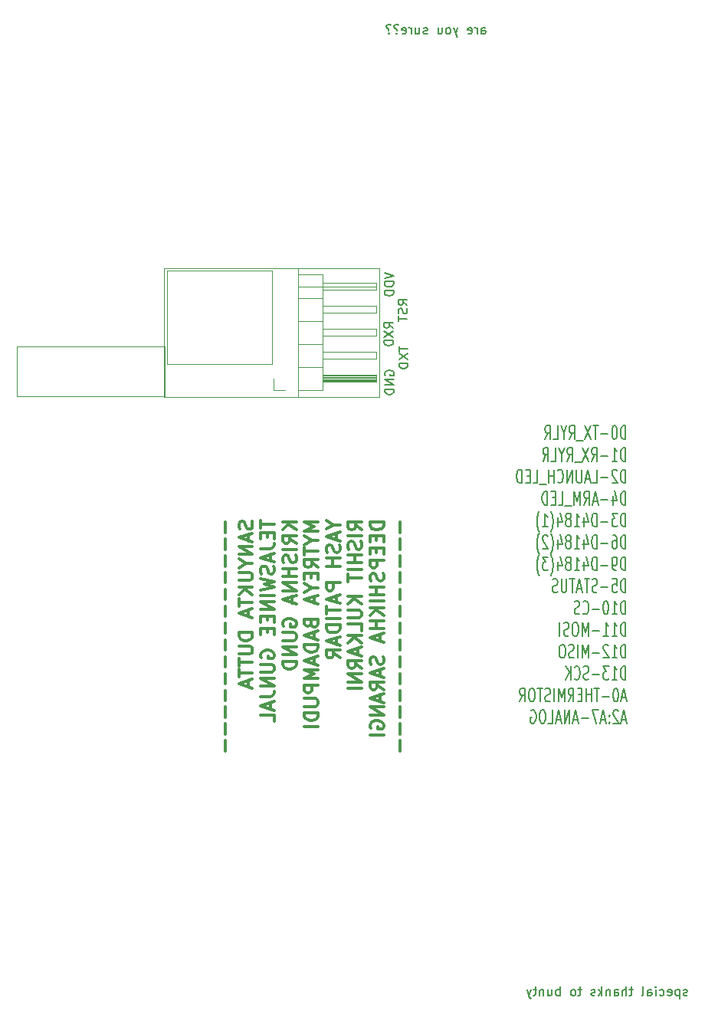
<source format=gbr>
%TF.GenerationSoftware,KiCad,Pcbnew,9.0.4*%
%TF.CreationDate,2025-09-20T14:11:16+05:30*%
%TF.ProjectId,FireSide v2.0,46697265-5369-4646-9520-76322e302e6b,rev?*%
%TF.SameCoordinates,Original*%
%TF.FileFunction,Legend,Bot*%
%TF.FilePolarity,Positive*%
%FSLAX46Y46*%
G04 Gerber Fmt 4.6, Leading zero omitted, Abs format (unit mm)*
G04 Created by KiCad (PCBNEW 9.0.4) date 2025-09-20 14:11:16*
%MOMM*%
%LPD*%
G01*
G04 APERTURE LIST*
%ADD10C,0.200000*%
%ADD11C,0.150000*%
%ADD12C,0.300000*%
%ADD13C,0.120000*%
%ADD14C,0.100000*%
G04 APERTURE END LIST*
D10*
X112201755Y-33117219D02*
X112201755Y-32593409D01*
X112201755Y-32593409D02*
X112249374Y-32498171D01*
X112249374Y-32498171D02*
X112344612Y-32450552D01*
X112344612Y-32450552D02*
X112535088Y-32450552D01*
X112535088Y-32450552D02*
X112630326Y-32498171D01*
X112201755Y-33069600D02*
X112296993Y-33117219D01*
X112296993Y-33117219D02*
X112535088Y-33117219D01*
X112535088Y-33117219D02*
X112630326Y-33069600D01*
X112630326Y-33069600D02*
X112677945Y-32974361D01*
X112677945Y-32974361D02*
X112677945Y-32879123D01*
X112677945Y-32879123D02*
X112630326Y-32783885D01*
X112630326Y-32783885D02*
X112535088Y-32736266D01*
X112535088Y-32736266D02*
X112296993Y-32736266D01*
X112296993Y-32736266D02*
X112201755Y-32688647D01*
X111725564Y-33117219D02*
X111725564Y-32450552D01*
X111725564Y-32641028D02*
X111677945Y-32545790D01*
X111677945Y-32545790D02*
X111630326Y-32498171D01*
X111630326Y-32498171D02*
X111535088Y-32450552D01*
X111535088Y-32450552D02*
X111439850Y-32450552D01*
X110725564Y-33069600D02*
X110820802Y-33117219D01*
X110820802Y-33117219D02*
X111011278Y-33117219D01*
X111011278Y-33117219D02*
X111106516Y-33069600D01*
X111106516Y-33069600D02*
X111154135Y-32974361D01*
X111154135Y-32974361D02*
X111154135Y-32593409D01*
X111154135Y-32593409D02*
X111106516Y-32498171D01*
X111106516Y-32498171D02*
X111011278Y-32450552D01*
X111011278Y-32450552D02*
X110820802Y-32450552D01*
X110820802Y-32450552D02*
X110725564Y-32498171D01*
X110725564Y-32498171D02*
X110677945Y-32593409D01*
X110677945Y-32593409D02*
X110677945Y-32688647D01*
X110677945Y-32688647D02*
X111154135Y-32783885D01*
X109582706Y-32450552D02*
X109344611Y-33117219D01*
X109106516Y-32450552D02*
X109344611Y-33117219D01*
X109344611Y-33117219D02*
X109439849Y-33355314D01*
X109439849Y-33355314D02*
X109487468Y-33402933D01*
X109487468Y-33402933D02*
X109582706Y-33450552D01*
X108582706Y-33117219D02*
X108677944Y-33069600D01*
X108677944Y-33069600D02*
X108725563Y-33021980D01*
X108725563Y-33021980D02*
X108773182Y-32926742D01*
X108773182Y-32926742D02*
X108773182Y-32641028D01*
X108773182Y-32641028D02*
X108725563Y-32545790D01*
X108725563Y-32545790D02*
X108677944Y-32498171D01*
X108677944Y-32498171D02*
X108582706Y-32450552D01*
X108582706Y-32450552D02*
X108439849Y-32450552D01*
X108439849Y-32450552D02*
X108344611Y-32498171D01*
X108344611Y-32498171D02*
X108296992Y-32545790D01*
X108296992Y-32545790D02*
X108249373Y-32641028D01*
X108249373Y-32641028D02*
X108249373Y-32926742D01*
X108249373Y-32926742D02*
X108296992Y-33021980D01*
X108296992Y-33021980D02*
X108344611Y-33069600D01*
X108344611Y-33069600D02*
X108439849Y-33117219D01*
X108439849Y-33117219D02*
X108582706Y-33117219D01*
X107392230Y-32450552D02*
X107392230Y-33117219D01*
X107820801Y-32450552D02*
X107820801Y-32974361D01*
X107820801Y-32974361D02*
X107773182Y-33069600D01*
X107773182Y-33069600D02*
X107677944Y-33117219D01*
X107677944Y-33117219D02*
X107535087Y-33117219D01*
X107535087Y-33117219D02*
X107439849Y-33069600D01*
X107439849Y-33069600D02*
X107392230Y-33021980D01*
X106201753Y-33069600D02*
X106106515Y-33117219D01*
X106106515Y-33117219D02*
X105916039Y-33117219D01*
X105916039Y-33117219D02*
X105820801Y-33069600D01*
X105820801Y-33069600D02*
X105773182Y-32974361D01*
X105773182Y-32974361D02*
X105773182Y-32926742D01*
X105773182Y-32926742D02*
X105820801Y-32831504D01*
X105820801Y-32831504D02*
X105916039Y-32783885D01*
X105916039Y-32783885D02*
X106058896Y-32783885D01*
X106058896Y-32783885D02*
X106154134Y-32736266D01*
X106154134Y-32736266D02*
X106201753Y-32641028D01*
X106201753Y-32641028D02*
X106201753Y-32593409D01*
X106201753Y-32593409D02*
X106154134Y-32498171D01*
X106154134Y-32498171D02*
X106058896Y-32450552D01*
X106058896Y-32450552D02*
X105916039Y-32450552D01*
X105916039Y-32450552D02*
X105820801Y-32498171D01*
X104916039Y-32450552D02*
X104916039Y-33117219D01*
X105344610Y-32450552D02*
X105344610Y-32974361D01*
X105344610Y-32974361D02*
X105296991Y-33069600D01*
X105296991Y-33069600D02*
X105201753Y-33117219D01*
X105201753Y-33117219D02*
X105058896Y-33117219D01*
X105058896Y-33117219D02*
X104963658Y-33069600D01*
X104963658Y-33069600D02*
X104916039Y-33021980D01*
X104439848Y-33117219D02*
X104439848Y-32450552D01*
X104439848Y-32641028D02*
X104392229Y-32545790D01*
X104392229Y-32545790D02*
X104344610Y-32498171D01*
X104344610Y-32498171D02*
X104249372Y-32450552D01*
X104249372Y-32450552D02*
X104154134Y-32450552D01*
X103439848Y-33069600D02*
X103535086Y-33117219D01*
X103535086Y-33117219D02*
X103725562Y-33117219D01*
X103725562Y-33117219D02*
X103820800Y-33069600D01*
X103820800Y-33069600D02*
X103868419Y-32974361D01*
X103868419Y-32974361D02*
X103868419Y-32593409D01*
X103868419Y-32593409D02*
X103820800Y-32498171D01*
X103820800Y-32498171D02*
X103725562Y-32450552D01*
X103725562Y-32450552D02*
X103535086Y-32450552D01*
X103535086Y-32450552D02*
X103439848Y-32498171D01*
X103439848Y-32498171D02*
X103392229Y-32593409D01*
X103392229Y-32593409D02*
X103392229Y-32688647D01*
X103392229Y-32688647D02*
X103868419Y-32783885D01*
X102820800Y-33021980D02*
X102773181Y-33069600D01*
X102773181Y-33069600D02*
X102820800Y-33117219D01*
X102820800Y-33117219D02*
X102868419Y-33069600D01*
X102868419Y-33069600D02*
X102820800Y-33021980D01*
X102820800Y-33021980D02*
X102820800Y-33117219D01*
X103011276Y-32164838D02*
X102916038Y-32117219D01*
X102916038Y-32117219D02*
X102677943Y-32117219D01*
X102677943Y-32117219D02*
X102582705Y-32164838D01*
X102582705Y-32164838D02*
X102535086Y-32260076D01*
X102535086Y-32260076D02*
X102535086Y-32355314D01*
X102535086Y-32355314D02*
X102582705Y-32450552D01*
X102582705Y-32450552D02*
X102630324Y-32498171D01*
X102630324Y-32498171D02*
X102725562Y-32545790D01*
X102725562Y-32545790D02*
X102773181Y-32593409D01*
X102773181Y-32593409D02*
X102820800Y-32688647D01*
X102820800Y-32688647D02*
X102820800Y-32736266D01*
X101963657Y-33021980D02*
X101916038Y-33069600D01*
X101916038Y-33069600D02*
X101963657Y-33117219D01*
X101963657Y-33117219D02*
X102011276Y-33069600D01*
X102011276Y-33069600D02*
X101963657Y-33021980D01*
X101963657Y-33021980D02*
X101963657Y-33117219D01*
X102154133Y-32164838D02*
X102058895Y-32117219D01*
X102058895Y-32117219D02*
X101820800Y-32117219D01*
X101820800Y-32117219D02*
X101725562Y-32164838D01*
X101725562Y-32164838D02*
X101677943Y-32260076D01*
X101677943Y-32260076D02*
X101677943Y-32355314D01*
X101677943Y-32355314D02*
X101725562Y-32450552D01*
X101725562Y-32450552D02*
X101773181Y-32498171D01*
X101773181Y-32498171D02*
X101868419Y-32545790D01*
X101868419Y-32545790D02*
X101916038Y-32593409D01*
X101916038Y-32593409D02*
X101963657Y-32688647D01*
X101963657Y-32688647D02*
X101963657Y-32736266D01*
D11*
X101572438Y-70855588D02*
X101524819Y-70760350D01*
X101524819Y-70760350D02*
X101524819Y-70617493D01*
X101524819Y-70617493D02*
X101572438Y-70474636D01*
X101572438Y-70474636D02*
X101667676Y-70379398D01*
X101667676Y-70379398D02*
X101762914Y-70331779D01*
X101762914Y-70331779D02*
X101953390Y-70284160D01*
X101953390Y-70284160D02*
X102096247Y-70284160D01*
X102096247Y-70284160D02*
X102286723Y-70331779D01*
X102286723Y-70331779D02*
X102381961Y-70379398D01*
X102381961Y-70379398D02*
X102477200Y-70474636D01*
X102477200Y-70474636D02*
X102524819Y-70617493D01*
X102524819Y-70617493D02*
X102524819Y-70712731D01*
X102524819Y-70712731D02*
X102477200Y-70855588D01*
X102477200Y-70855588D02*
X102429580Y-70903207D01*
X102429580Y-70903207D02*
X102096247Y-70903207D01*
X102096247Y-70903207D02*
X102096247Y-70712731D01*
X102524819Y-71331779D02*
X101524819Y-71331779D01*
X101524819Y-71331779D02*
X102524819Y-71903207D01*
X102524819Y-71903207D02*
X101524819Y-71903207D01*
X102524819Y-72379398D02*
X101524819Y-72379398D01*
X101524819Y-72379398D02*
X101524819Y-72617493D01*
X101524819Y-72617493D02*
X101572438Y-72760350D01*
X101572438Y-72760350D02*
X101667676Y-72855588D01*
X101667676Y-72855588D02*
X101762914Y-72903207D01*
X101762914Y-72903207D02*
X101953390Y-72950826D01*
X101953390Y-72950826D02*
X102096247Y-72950826D01*
X102096247Y-72950826D02*
X102286723Y-72903207D01*
X102286723Y-72903207D02*
X102381961Y-72855588D01*
X102381961Y-72855588D02*
X102477200Y-72760350D01*
X102477200Y-72760350D02*
X102524819Y-72617493D01*
X102524819Y-72617493D02*
X102524819Y-72379398D01*
X102444819Y-65613207D02*
X101968628Y-65279874D01*
X102444819Y-65041779D02*
X101444819Y-65041779D01*
X101444819Y-65041779D02*
X101444819Y-65422731D01*
X101444819Y-65422731D02*
X101492438Y-65517969D01*
X101492438Y-65517969D02*
X101540057Y-65565588D01*
X101540057Y-65565588D02*
X101635295Y-65613207D01*
X101635295Y-65613207D02*
X101778152Y-65613207D01*
X101778152Y-65613207D02*
X101873390Y-65565588D01*
X101873390Y-65565588D02*
X101921009Y-65517969D01*
X101921009Y-65517969D02*
X101968628Y-65422731D01*
X101968628Y-65422731D02*
X101968628Y-65041779D01*
X101444819Y-65946541D02*
X102444819Y-66613207D01*
X101444819Y-66613207D02*
X102444819Y-65946541D01*
X102444819Y-66994160D02*
X101444819Y-66994160D01*
X101444819Y-66994160D02*
X101444819Y-67232255D01*
X101444819Y-67232255D02*
X101492438Y-67375112D01*
X101492438Y-67375112D02*
X101587676Y-67470350D01*
X101587676Y-67470350D02*
X101682914Y-67517969D01*
X101682914Y-67517969D02*
X101873390Y-67565588D01*
X101873390Y-67565588D02*
X102016247Y-67565588D01*
X102016247Y-67565588D02*
X102206723Y-67517969D01*
X102206723Y-67517969D02*
X102301961Y-67470350D01*
X102301961Y-67470350D02*
X102397200Y-67375112D01*
X102397200Y-67375112D02*
X102444819Y-67232255D01*
X102444819Y-67232255D02*
X102444819Y-66994160D01*
D10*
X134927945Y-139319600D02*
X134832707Y-139367219D01*
X134832707Y-139367219D02*
X134642231Y-139367219D01*
X134642231Y-139367219D02*
X134546993Y-139319600D01*
X134546993Y-139319600D02*
X134499374Y-139224361D01*
X134499374Y-139224361D02*
X134499374Y-139176742D01*
X134499374Y-139176742D02*
X134546993Y-139081504D01*
X134546993Y-139081504D02*
X134642231Y-139033885D01*
X134642231Y-139033885D02*
X134785088Y-139033885D01*
X134785088Y-139033885D02*
X134880326Y-138986266D01*
X134880326Y-138986266D02*
X134927945Y-138891028D01*
X134927945Y-138891028D02*
X134927945Y-138843409D01*
X134927945Y-138843409D02*
X134880326Y-138748171D01*
X134880326Y-138748171D02*
X134785088Y-138700552D01*
X134785088Y-138700552D02*
X134642231Y-138700552D01*
X134642231Y-138700552D02*
X134546993Y-138748171D01*
X134070802Y-138700552D02*
X134070802Y-139700552D01*
X134070802Y-138748171D02*
X133975564Y-138700552D01*
X133975564Y-138700552D02*
X133785088Y-138700552D01*
X133785088Y-138700552D02*
X133689850Y-138748171D01*
X133689850Y-138748171D02*
X133642231Y-138795790D01*
X133642231Y-138795790D02*
X133594612Y-138891028D01*
X133594612Y-138891028D02*
X133594612Y-139176742D01*
X133594612Y-139176742D02*
X133642231Y-139271980D01*
X133642231Y-139271980D02*
X133689850Y-139319600D01*
X133689850Y-139319600D02*
X133785088Y-139367219D01*
X133785088Y-139367219D02*
X133975564Y-139367219D01*
X133975564Y-139367219D02*
X134070802Y-139319600D01*
X132785088Y-139319600D02*
X132880326Y-139367219D01*
X132880326Y-139367219D02*
X133070802Y-139367219D01*
X133070802Y-139367219D02*
X133166040Y-139319600D01*
X133166040Y-139319600D02*
X133213659Y-139224361D01*
X133213659Y-139224361D02*
X133213659Y-138843409D01*
X133213659Y-138843409D02*
X133166040Y-138748171D01*
X133166040Y-138748171D02*
X133070802Y-138700552D01*
X133070802Y-138700552D02*
X132880326Y-138700552D01*
X132880326Y-138700552D02*
X132785088Y-138748171D01*
X132785088Y-138748171D02*
X132737469Y-138843409D01*
X132737469Y-138843409D02*
X132737469Y-138938647D01*
X132737469Y-138938647D02*
X133213659Y-139033885D01*
X131880326Y-139319600D02*
X131975564Y-139367219D01*
X131975564Y-139367219D02*
X132166040Y-139367219D01*
X132166040Y-139367219D02*
X132261278Y-139319600D01*
X132261278Y-139319600D02*
X132308897Y-139271980D01*
X132308897Y-139271980D02*
X132356516Y-139176742D01*
X132356516Y-139176742D02*
X132356516Y-138891028D01*
X132356516Y-138891028D02*
X132308897Y-138795790D01*
X132308897Y-138795790D02*
X132261278Y-138748171D01*
X132261278Y-138748171D02*
X132166040Y-138700552D01*
X132166040Y-138700552D02*
X131975564Y-138700552D01*
X131975564Y-138700552D02*
X131880326Y-138748171D01*
X131451754Y-139367219D02*
X131451754Y-138700552D01*
X131451754Y-138367219D02*
X131499373Y-138414838D01*
X131499373Y-138414838D02*
X131451754Y-138462457D01*
X131451754Y-138462457D02*
X131404135Y-138414838D01*
X131404135Y-138414838D02*
X131451754Y-138367219D01*
X131451754Y-138367219D02*
X131451754Y-138462457D01*
X130546993Y-139367219D02*
X130546993Y-138843409D01*
X130546993Y-138843409D02*
X130594612Y-138748171D01*
X130594612Y-138748171D02*
X130689850Y-138700552D01*
X130689850Y-138700552D02*
X130880326Y-138700552D01*
X130880326Y-138700552D02*
X130975564Y-138748171D01*
X130546993Y-139319600D02*
X130642231Y-139367219D01*
X130642231Y-139367219D02*
X130880326Y-139367219D01*
X130880326Y-139367219D02*
X130975564Y-139319600D01*
X130975564Y-139319600D02*
X131023183Y-139224361D01*
X131023183Y-139224361D02*
X131023183Y-139129123D01*
X131023183Y-139129123D02*
X130975564Y-139033885D01*
X130975564Y-139033885D02*
X130880326Y-138986266D01*
X130880326Y-138986266D02*
X130642231Y-138986266D01*
X130642231Y-138986266D02*
X130546993Y-138938647D01*
X129927945Y-139367219D02*
X130023183Y-139319600D01*
X130023183Y-139319600D02*
X130070802Y-139224361D01*
X130070802Y-139224361D02*
X130070802Y-138367219D01*
X128927944Y-138700552D02*
X128546992Y-138700552D01*
X128785087Y-138367219D02*
X128785087Y-139224361D01*
X128785087Y-139224361D02*
X128737468Y-139319600D01*
X128737468Y-139319600D02*
X128642230Y-139367219D01*
X128642230Y-139367219D02*
X128546992Y-139367219D01*
X128213658Y-139367219D02*
X128213658Y-138367219D01*
X127785087Y-139367219D02*
X127785087Y-138843409D01*
X127785087Y-138843409D02*
X127832706Y-138748171D01*
X127832706Y-138748171D02*
X127927944Y-138700552D01*
X127927944Y-138700552D02*
X128070801Y-138700552D01*
X128070801Y-138700552D02*
X128166039Y-138748171D01*
X128166039Y-138748171D02*
X128213658Y-138795790D01*
X126880325Y-139367219D02*
X126880325Y-138843409D01*
X126880325Y-138843409D02*
X126927944Y-138748171D01*
X126927944Y-138748171D02*
X127023182Y-138700552D01*
X127023182Y-138700552D02*
X127213658Y-138700552D01*
X127213658Y-138700552D02*
X127308896Y-138748171D01*
X126880325Y-139319600D02*
X126975563Y-139367219D01*
X126975563Y-139367219D02*
X127213658Y-139367219D01*
X127213658Y-139367219D02*
X127308896Y-139319600D01*
X127308896Y-139319600D02*
X127356515Y-139224361D01*
X127356515Y-139224361D02*
X127356515Y-139129123D01*
X127356515Y-139129123D02*
X127308896Y-139033885D01*
X127308896Y-139033885D02*
X127213658Y-138986266D01*
X127213658Y-138986266D02*
X126975563Y-138986266D01*
X126975563Y-138986266D02*
X126880325Y-138938647D01*
X126404134Y-138700552D02*
X126404134Y-139367219D01*
X126404134Y-138795790D02*
X126356515Y-138748171D01*
X126356515Y-138748171D02*
X126261277Y-138700552D01*
X126261277Y-138700552D02*
X126118420Y-138700552D01*
X126118420Y-138700552D02*
X126023182Y-138748171D01*
X126023182Y-138748171D02*
X125975563Y-138843409D01*
X125975563Y-138843409D02*
X125975563Y-139367219D01*
X125499372Y-139367219D02*
X125499372Y-138367219D01*
X125404134Y-138986266D02*
X125118420Y-139367219D01*
X125118420Y-138700552D02*
X125499372Y-139081504D01*
X124737467Y-139319600D02*
X124642229Y-139367219D01*
X124642229Y-139367219D02*
X124451753Y-139367219D01*
X124451753Y-139367219D02*
X124356515Y-139319600D01*
X124356515Y-139319600D02*
X124308896Y-139224361D01*
X124308896Y-139224361D02*
X124308896Y-139176742D01*
X124308896Y-139176742D02*
X124356515Y-139081504D01*
X124356515Y-139081504D02*
X124451753Y-139033885D01*
X124451753Y-139033885D02*
X124594610Y-139033885D01*
X124594610Y-139033885D02*
X124689848Y-138986266D01*
X124689848Y-138986266D02*
X124737467Y-138891028D01*
X124737467Y-138891028D02*
X124737467Y-138843409D01*
X124737467Y-138843409D02*
X124689848Y-138748171D01*
X124689848Y-138748171D02*
X124594610Y-138700552D01*
X124594610Y-138700552D02*
X124451753Y-138700552D01*
X124451753Y-138700552D02*
X124356515Y-138748171D01*
X123261276Y-138700552D02*
X122880324Y-138700552D01*
X123118419Y-138367219D02*
X123118419Y-139224361D01*
X123118419Y-139224361D02*
X123070800Y-139319600D01*
X123070800Y-139319600D02*
X122975562Y-139367219D01*
X122975562Y-139367219D02*
X122880324Y-139367219D01*
X122404133Y-139367219D02*
X122499371Y-139319600D01*
X122499371Y-139319600D02*
X122546990Y-139271980D01*
X122546990Y-139271980D02*
X122594609Y-139176742D01*
X122594609Y-139176742D02*
X122594609Y-138891028D01*
X122594609Y-138891028D02*
X122546990Y-138795790D01*
X122546990Y-138795790D02*
X122499371Y-138748171D01*
X122499371Y-138748171D02*
X122404133Y-138700552D01*
X122404133Y-138700552D02*
X122261276Y-138700552D01*
X122261276Y-138700552D02*
X122166038Y-138748171D01*
X122166038Y-138748171D02*
X122118419Y-138795790D01*
X122118419Y-138795790D02*
X122070800Y-138891028D01*
X122070800Y-138891028D02*
X122070800Y-139176742D01*
X122070800Y-139176742D02*
X122118419Y-139271980D01*
X122118419Y-139271980D02*
X122166038Y-139319600D01*
X122166038Y-139319600D02*
X122261276Y-139367219D01*
X122261276Y-139367219D02*
X122404133Y-139367219D01*
X120880323Y-139367219D02*
X120880323Y-138367219D01*
X120880323Y-138748171D02*
X120785085Y-138700552D01*
X120785085Y-138700552D02*
X120594609Y-138700552D01*
X120594609Y-138700552D02*
X120499371Y-138748171D01*
X120499371Y-138748171D02*
X120451752Y-138795790D01*
X120451752Y-138795790D02*
X120404133Y-138891028D01*
X120404133Y-138891028D02*
X120404133Y-139176742D01*
X120404133Y-139176742D02*
X120451752Y-139271980D01*
X120451752Y-139271980D02*
X120499371Y-139319600D01*
X120499371Y-139319600D02*
X120594609Y-139367219D01*
X120594609Y-139367219D02*
X120785085Y-139367219D01*
X120785085Y-139367219D02*
X120880323Y-139319600D01*
X119546990Y-138700552D02*
X119546990Y-139367219D01*
X119975561Y-138700552D02*
X119975561Y-139224361D01*
X119975561Y-139224361D02*
X119927942Y-139319600D01*
X119927942Y-139319600D02*
X119832704Y-139367219D01*
X119832704Y-139367219D02*
X119689847Y-139367219D01*
X119689847Y-139367219D02*
X119594609Y-139319600D01*
X119594609Y-139319600D02*
X119546990Y-139271980D01*
X119070799Y-138700552D02*
X119070799Y-139367219D01*
X119070799Y-138795790D02*
X119023180Y-138748171D01*
X119023180Y-138748171D02*
X118927942Y-138700552D01*
X118927942Y-138700552D02*
X118785085Y-138700552D01*
X118785085Y-138700552D02*
X118689847Y-138748171D01*
X118689847Y-138748171D02*
X118642228Y-138843409D01*
X118642228Y-138843409D02*
X118642228Y-139367219D01*
X118308894Y-138700552D02*
X117927942Y-138700552D01*
X118166037Y-138367219D02*
X118166037Y-139224361D01*
X118166037Y-139224361D02*
X118118418Y-139319600D01*
X118118418Y-139319600D02*
X118023180Y-139367219D01*
X118023180Y-139367219D02*
X117927942Y-139367219D01*
X117689846Y-138700552D02*
X117451751Y-139367219D01*
X117213656Y-138700552D02*
X117451751Y-139367219D01*
X117451751Y-139367219D02*
X117546989Y-139605314D01*
X117546989Y-139605314D02*
X117594608Y-139652933D01*
X117594608Y-139652933D02*
X117689846Y-139700552D01*
X128130326Y-77912120D02*
X128130326Y-76412120D01*
X128130326Y-76412120D02*
X127892231Y-76412120D01*
X127892231Y-76412120D02*
X127749374Y-76483549D01*
X127749374Y-76483549D02*
X127654136Y-76626406D01*
X127654136Y-76626406D02*
X127606517Y-76769263D01*
X127606517Y-76769263D02*
X127558898Y-77054977D01*
X127558898Y-77054977D02*
X127558898Y-77269263D01*
X127558898Y-77269263D02*
X127606517Y-77554977D01*
X127606517Y-77554977D02*
X127654136Y-77697834D01*
X127654136Y-77697834D02*
X127749374Y-77840692D01*
X127749374Y-77840692D02*
X127892231Y-77912120D01*
X127892231Y-77912120D02*
X128130326Y-77912120D01*
X126939850Y-76412120D02*
X126844612Y-76412120D01*
X126844612Y-76412120D02*
X126749374Y-76483549D01*
X126749374Y-76483549D02*
X126701755Y-76554977D01*
X126701755Y-76554977D02*
X126654136Y-76697834D01*
X126654136Y-76697834D02*
X126606517Y-76983549D01*
X126606517Y-76983549D02*
X126606517Y-77340692D01*
X126606517Y-77340692D02*
X126654136Y-77626406D01*
X126654136Y-77626406D02*
X126701755Y-77769263D01*
X126701755Y-77769263D02*
X126749374Y-77840692D01*
X126749374Y-77840692D02*
X126844612Y-77912120D01*
X126844612Y-77912120D02*
X126939850Y-77912120D01*
X126939850Y-77912120D02*
X127035088Y-77840692D01*
X127035088Y-77840692D02*
X127082707Y-77769263D01*
X127082707Y-77769263D02*
X127130326Y-77626406D01*
X127130326Y-77626406D02*
X127177945Y-77340692D01*
X127177945Y-77340692D02*
X127177945Y-76983549D01*
X127177945Y-76983549D02*
X127130326Y-76697834D01*
X127130326Y-76697834D02*
X127082707Y-76554977D01*
X127082707Y-76554977D02*
X127035088Y-76483549D01*
X127035088Y-76483549D02*
X126939850Y-76412120D01*
X126177945Y-77340692D02*
X125416041Y-77340692D01*
X125082707Y-76412120D02*
X124511279Y-76412120D01*
X124796993Y-77912120D02*
X124796993Y-76412120D01*
X124273183Y-76412120D02*
X123606517Y-77912120D01*
X123606517Y-76412120D02*
X124273183Y-77912120D01*
X123463660Y-78054977D02*
X122701755Y-78054977D01*
X121892231Y-77912120D02*
X122225564Y-77197834D01*
X122463659Y-77912120D02*
X122463659Y-76412120D01*
X122463659Y-76412120D02*
X122082707Y-76412120D01*
X122082707Y-76412120D02*
X121987469Y-76483549D01*
X121987469Y-76483549D02*
X121939850Y-76554977D01*
X121939850Y-76554977D02*
X121892231Y-76697834D01*
X121892231Y-76697834D02*
X121892231Y-76912120D01*
X121892231Y-76912120D02*
X121939850Y-77054977D01*
X121939850Y-77054977D02*
X121987469Y-77126406D01*
X121987469Y-77126406D02*
X122082707Y-77197834D01*
X122082707Y-77197834D02*
X122463659Y-77197834D01*
X121273183Y-77197834D02*
X121273183Y-77912120D01*
X121606516Y-76412120D02*
X121273183Y-77197834D01*
X121273183Y-77197834D02*
X120939850Y-76412120D01*
X120130326Y-77912120D02*
X120606516Y-77912120D01*
X120606516Y-77912120D02*
X120606516Y-76412120D01*
X119225564Y-77912120D02*
X119558897Y-77197834D01*
X119796992Y-77912120D02*
X119796992Y-76412120D01*
X119796992Y-76412120D02*
X119416040Y-76412120D01*
X119416040Y-76412120D02*
X119320802Y-76483549D01*
X119320802Y-76483549D02*
X119273183Y-76554977D01*
X119273183Y-76554977D02*
X119225564Y-76697834D01*
X119225564Y-76697834D02*
X119225564Y-76912120D01*
X119225564Y-76912120D02*
X119273183Y-77054977D01*
X119273183Y-77054977D02*
X119320802Y-77126406D01*
X119320802Y-77126406D02*
X119416040Y-77197834D01*
X119416040Y-77197834D02*
X119796992Y-77197834D01*
X128130326Y-80327036D02*
X128130326Y-78827036D01*
X128130326Y-78827036D02*
X127892231Y-78827036D01*
X127892231Y-78827036D02*
X127749374Y-78898465D01*
X127749374Y-78898465D02*
X127654136Y-79041322D01*
X127654136Y-79041322D02*
X127606517Y-79184179D01*
X127606517Y-79184179D02*
X127558898Y-79469893D01*
X127558898Y-79469893D02*
X127558898Y-79684179D01*
X127558898Y-79684179D02*
X127606517Y-79969893D01*
X127606517Y-79969893D02*
X127654136Y-80112750D01*
X127654136Y-80112750D02*
X127749374Y-80255608D01*
X127749374Y-80255608D02*
X127892231Y-80327036D01*
X127892231Y-80327036D02*
X128130326Y-80327036D01*
X126606517Y-80327036D02*
X127177945Y-80327036D01*
X126892231Y-80327036D02*
X126892231Y-78827036D01*
X126892231Y-78827036D02*
X126987469Y-79041322D01*
X126987469Y-79041322D02*
X127082707Y-79184179D01*
X127082707Y-79184179D02*
X127177945Y-79255608D01*
X126177945Y-79755608D02*
X125416041Y-79755608D01*
X124368422Y-80327036D02*
X124701755Y-79612750D01*
X124939850Y-80327036D02*
X124939850Y-78827036D01*
X124939850Y-78827036D02*
X124558898Y-78827036D01*
X124558898Y-78827036D02*
X124463660Y-78898465D01*
X124463660Y-78898465D02*
X124416041Y-78969893D01*
X124416041Y-78969893D02*
X124368422Y-79112750D01*
X124368422Y-79112750D02*
X124368422Y-79327036D01*
X124368422Y-79327036D02*
X124416041Y-79469893D01*
X124416041Y-79469893D02*
X124463660Y-79541322D01*
X124463660Y-79541322D02*
X124558898Y-79612750D01*
X124558898Y-79612750D02*
X124939850Y-79612750D01*
X124035088Y-78827036D02*
X123368422Y-80327036D01*
X123368422Y-78827036D02*
X124035088Y-80327036D01*
X123225565Y-80469893D02*
X122463660Y-80469893D01*
X121654136Y-80327036D02*
X121987469Y-79612750D01*
X122225564Y-80327036D02*
X122225564Y-78827036D01*
X122225564Y-78827036D02*
X121844612Y-78827036D01*
X121844612Y-78827036D02*
X121749374Y-78898465D01*
X121749374Y-78898465D02*
X121701755Y-78969893D01*
X121701755Y-78969893D02*
X121654136Y-79112750D01*
X121654136Y-79112750D02*
X121654136Y-79327036D01*
X121654136Y-79327036D02*
X121701755Y-79469893D01*
X121701755Y-79469893D02*
X121749374Y-79541322D01*
X121749374Y-79541322D02*
X121844612Y-79612750D01*
X121844612Y-79612750D02*
X122225564Y-79612750D01*
X121035088Y-79612750D02*
X121035088Y-80327036D01*
X121368421Y-78827036D02*
X121035088Y-79612750D01*
X121035088Y-79612750D02*
X120701755Y-78827036D01*
X119892231Y-80327036D02*
X120368421Y-80327036D01*
X120368421Y-80327036D02*
X120368421Y-78827036D01*
X118987469Y-80327036D02*
X119320802Y-79612750D01*
X119558897Y-80327036D02*
X119558897Y-78827036D01*
X119558897Y-78827036D02*
X119177945Y-78827036D01*
X119177945Y-78827036D02*
X119082707Y-78898465D01*
X119082707Y-78898465D02*
X119035088Y-78969893D01*
X119035088Y-78969893D02*
X118987469Y-79112750D01*
X118987469Y-79112750D02*
X118987469Y-79327036D01*
X118987469Y-79327036D02*
X119035088Y-79469893D01*
X119035088Y-79469893D02*
X119082707Y-79541322D01*
X119082707Y-79541322D02*
X119177945Y-79612750D01*
X119177945Y-79612750D02*
X119558897Y-79612750D01*
X128130326Y-82741952D02*
X128130326Y-81241952D01*
X128130326Y-81241952D02*
X127892231Y-81241952D01*
X127892231Y-81241952D02*
X127749374Y-81313381D01*
X127749374Y-81313381D02*
X127654136Y-81456238D01*
X127654136Y-81456238D02*
X127606517Y-81599095D01*
X127606517Y-81599095D02*
X127558898Y-81884809D01*
X127558898Y-81884809D02*
X127558898Y-82099095D01*
X127558898Y-82099095D02*
X127606517Y-82384809D01*
X127606517Y-82384809D02*
X127654136Y-82527666D01*
X127654136Y-82527666D02*
X127749374Y-82670524D01*
X127749374Y-82670524D02*
X127892231Y-82741952D01*
X127892231Y-82741952D02*
X128130326Y-82741952D01*
X127177945Y-81384809D02*
X127130326Y-81313381D01*
X127130326Y-81313381D02*
X127035088Y-81241952D01*
X127035088Y-81241952D02*
X126796993Y-81241952D01*
X126796993Y-81241952D02*
X126701755Y-81313381D01*
X126701755Y-81313381D02*
X126654136Y-81384809D01*
X126654136Y-81384809D02*
X126606517Y-81527666D01*
X126606517Y-81527666D02*
X126606517Y-81670524D01*
X126606517Y-81670524D02*
X126654136Y-81884809D01*
X126654136Y-81884809D02*
X127225564Y-82741952D01*
X127225564Y-82741952D02*
X126606517Y-82741952D01*
X126177945Y-82170524D02*
X125416041Y-82170524D01*
X124463660Y-82741952D02*
X124939850Y-82741952D01*
X124939850Y-82741952D02*
X124939850Y-81241952D01*
X124177945Y-82313381D02*
X123701755Y-82313381D01*
X124273183Y-82741952D02*
X123939850Y-81241952D01*
X123939850Y-81241952D02*
X123606517Y-82741952D01*
X123273183Y-81241952D02*
X123273183Y-82456238D01*
X123273183Y-82456238D02*
X123225564Y-82599095D01*
X123225564Y-82599095D02*
X123177945Y-82670524D01*
X123177945Y-82670524D02*
X123082707Y-82741952D01*
X123082707Y-82741952D02*
X122892231Y-82741952D01*
X122892231Y-82741952D02*
X122796993Y-82670524D01*
X122796993Y-82670524D02*
X122749374Y-82599095D01*
X122749374Y-82599095D02*
X122701755Y-82456238D01*
X122701755Y-82456238D02*
X122701755Y-81241952D01*
X122225564Y-82741952D02*
X122225564Y-81241952D01*
X122225564Y-81241952D02*
X121654136Y-82741952D01*
X121654136Y-82741952D02*
X121654136Y-81241952D01*
X120606517Y-82599095D02*
X120654136Y-82670524D01*
X120654136Y-82670524D02*
X120796993Y-82741952D01*
X120796993Y-82741952D02*
X120892231Y-82741952D01*
X120892231Y-82741952D02*
X121035088Y-82670524D01*
X121035088Y-82670524D02*
X121130326Y-82527666D01*
X121130326Y-82527666D02*
X121177945Y-82384809D01*
X121177945Y-82384809D02*
X121225564Y-82099095D01*
X121225564Y-82099095D02*
X121225564Y-81884809D01*
X121225564Y-81884809D02*
X121177945Y-81599095D01*
X121177945Y-81599095D02*
X121130326Y-81456238D01*
X121130326Y-81456238D02*
X121035088Y-81313381D01*
X121035088Y-81313381D02*
X120892231Y-81241952D01*
X120892231Y-81241952D02*
X120796993Y-81241952D01*
X120796993Y-81241952D02*
X120654136Y-81313381D01*
X120654136Y-81313381D02*
X120606517Y-81384809D01*
X120177945Y-82741952D02*
X120177945Y-81241952D01*
X120177945Y-81956238D02*
X119606517Y-81956238D01*
X119606517Y-82741952D02*
X119606517Y-81241952D01*
X119368422Y-82884809D02*
X118606517Y-82884809D01*
X117892231Y-82741952D02*
X118368421Y-82741952D01*
X118368421Y-82741952D02*
X118368421Y-81241952D01*
X117558897Y-81956238D02*
X117225564Y-81956238D01*
X117082707Y-82741952D02*
X117558897Y-82741952D01*
X117558897Y-82741952D02*
X117558897Y-81241952D01*
X117558897Y-81241952D02*
X117082707Y-81241952D01*
X116654135Y-82741952D02*
X116654135Y-81241952D01*
X116654135Y-81241952D02*
X116416040Y-81241952D01*
X116416040Y-81241952D02*
X116273183Y-81313381D01*
X116273183Y-81313381D02*
X116177945Y-81456238D01*
X116177945Y-81456238D02*
X116130326Y-81599095D01*
X116130326Y-81599095D02*
X116082707Y-81884809D01*
X116082707Y-81884809D02*
X116082707Y-82099095D01*
X116082707Y-82099095D02*
X116130326Y-82384809D01*
X116130326Y-82384809D02*
X116177945Y-82527666D01*
X116177945Y-82527666D02*
X116273183Y-82670524D01*
X116273183Y-82670524D02*
X116416040Y-82741952D01*
X116416040Y-82741952D02*
X116654135Y-82741952D01*
X128130326Y-85156868D02*
X128130326Y-83656868D01*
X128130326Y-83656868D02*
X127892231Y-83656868D01*
X127892231Y-83656868D02*
X127749374Y-83728297D01*
X127749374Y-83728297D02*
X127654136Y-83871154D01*
X127654136Y-83871154D02*
X127606517Y-84014011D01*
X127606517Y-84014011D02*
X127558898Y-84299725D01*
X127558898Y-84299725D02*
X127558898Y-84514011D01*
X127558898Y-84514011D02*
X127606517Y-84799725D01*
X127606517Y-84799725D02*
X127654136Y-84942582D01*
X127654136Y-84942582D02*
X127749374Y-85085440D01*
X127749374Y-85085440D02*
X127892231Y-85156868D01*
X127892231Y-85156868D02*
X128130326Y-85156868D01*
X126701755Y-84156868D02*
X126701755Y-85156868D01*
X126939850Y-83585440D02*
X127177945Y-84656868D01*
X127177945Y-84656868D02*
X126558898Y-84656868D01*
X126177945Y-84585440D02*
X125416041Y-84585440D01*
X124987469Y-84728297D02*
X124511279Y-84728297D01*
X125082707Y-85156868D02*
X124749374Y-83656868D01*
X124749374Y-83656868D02*
X124416041Y-85156868D01*
X123511279Y-85156868D02*
X123844612Y-84442582D01*
X124082707Y-85156868D02*
X124082707Y-83656868D01*
X124082707Y-83656868D02*
X123701755Y-83656868D01*
X123701755Y-83656868D02*
X123606517Y-83728297D01*
X123606517Y-83728297D02*
X123558898Y-83799725D01*
X123558898Y-83799725D02*
X123511279Y-83942582D01*
X123511279Y-83942582D02*
X123511279Y-84156868D01*
X123511279Y-84156868D02*
X123558898Y-84299725D01*
X123558898Y-84299725D02*
X123606517Y-84371154D01*
X123606517Y-84371154D02*
X123701755Y-84442582D01*
X123701755Y-84442582D02*
X124082707Y-84442582D01*
X123082707Y-85156868D02*
X123082707Y-83656868D01*
X123082707Y-83656868D02*
X122749374Y-84728297D01*
X122749374Y-84728297D02*
X122416041Y-83656868D01*
X122416041Y-83656868D02*
X122416041Y-85156868D01*
X122177946Y-85299725D02*
X121416041Y-85299725D01*
X120701755Y-85156868D02*
X121177945Y-85156868D01*
X121177945Y-85156868D02*
X121177945Y-83656868D01*
X120368421Y-84371154D02*
X120035088Y-84371154D01*
X119892231Y-85156868D02*
X120368421Y-85156868D01*
X120368421Y-85156868D02*
X120368421Y-83656868D01*
X120368421Y-83656868D02*
X119892231Y-83656868D01*
X119463659Y-85156868D02*
X119463659Y-83656868D01*
X119463659Y-83656868D02*
X119225564Y-83656868D01*
X119225564Y-83656868D02*
X119082707Y-83728297D01*
X119082707Y-83728297D02*
X118987469Y-83871154D01*
X118987469Y-83871154D02*
X118939850Y-84014011D01*
X118939850Y-84014011D02*
X118892231Y-84299725D01*
X118892231Y-84299725D02*
X118892231Y-84514011D01*
X118892231Y-84514011D02*
X118939850Y-84799725D01*
X118939850Y-84799725D02*
X118987469Y-84942582D01*
X118987469Y-84942582D02*
X119082707Y-85085440D01*
X119082707Y-85085440D02*
X119225564Y-85156868D01*
X119225564Y-85156868D02*
X119463659Y-85156868D01*
X128130326Y-87571784D02*
X128130326Y-86071784D01*
X128130326Y-86071784D02*
X127892231Y-86071784D01*
X127892231Y-86071784D02*
X127749374Y-86143213D01*
X127749374Y-86143213D02*
X127654136Y-86286070D01*
X127654136Y-86286070D02*
X127606517Y-86428927D01*
X127606517Y-86428927D02*
X127558898Y-86714641D01*
X127558898Y-86714641D02*
X127558898Y-86928927D01*
X127558898Y-86928927D02*
X127606517Y-87214641D01*
X127606517Y-87214641D02*
X127654136Y-87357498D01*
X127654136Y-87357498D02*
X127749374Y-87500356D01*
X127749374Y-87500356D02*
X127892231Y-87571784D01*
X127892231Y-87571784D02*
X128130326Y-87571784D01*
X127225564Y-86071784D02*
X126606517Y-86071784D01*
X126606517Y-86071784D02*
X126939850Y-86643213D01*
X126939850Y-86643213D02*
X126796993Y-86643213D01*
X126796993Y-86643213D02*
X126701755Y-86714641D01*
X126701755Y-86714641D02*
X126654136Y-86786070D01*
X126654136Y-86786070D02*
X126606517Y-86928927D01*
X126606517Y-86928927D02*
X126606517Y-87286070D01*
X126606517Y-87286070D02*
X126654136Y-87428927D01*
X126654136Y-87428927D02*
X126701755Y-87500356D01*
X126701755Y-87500356D02*
X126796993Y-87571784D01*
X126796993Y-87571784D02*
X127082707Y-87571784D01*
X127082707Y-87571784D02*
X127177945Y-87500356D01*
X127177945Y-87500356D02*
X127225564Y-87428927D01*
X126177945Y-87000356D02*
X125416041Y-87000356D01*
X124939850Y-87571784D02*
X124939850Y-86071784D01*
X124939850Y-86071784D02*
X124701755Y-86071784D01*
X124701755Y-86071784D02*
X124558898Y-86143213D01*
X124558898Y-86143213D02*
X124463660Y-86286070D01*
X124463660Y-86286070D02*
X124416041Y-86428927D01*
X124416041Y-86428927D02*
X124368422Y-86714641D01*
X124368422Y-86714641D02*
X124368422Y-86928927D01*
X124368422Y-86928927D02*
X124416041Y-87214641D01*
X124416041Y-87214641D02*
X124463660Y-87357498D01*
X124463660Y-87357498D02*
X124558898Y-87500356D01*
X124558898Y-87500356D02*
X124701755Y-87571784D01*
X124701755Y-87571784D02*
X124939850Y-87571784D01*
X123511279Y-86571784D02*
X123511279Y-87571784D01*
X123749374Y-86000356D02*
X123987469Y-87071784D01*
X123987469Y-87071784D02*
X123368422Y-87071784D01*
X122463660Y-87571784D02*
X123035088Y-87571784D01*
X122749374Y-87571784D02*
X122749374Y-86071784D01*
X122749374Y-86071784D02*
X122844612Y-86286070D01*
X122844612Y-86286070D02*
X122939850Y-86428927D01*
X122939850Y-86428927D02*
X123035088Y-86500356D01*
X121892231Y-86714641D02*
X121987469Y-86643213D01*
X121987469Y-86643213D02*
X122035088Y-86571784D01*
X122035088Y-86571784D02*
X122082707Y-86428927D01*
X122082707Y-86428927D02*
X122082707Y-86357498D01*
X122082707Y-86357498D02*
X122035088Y-86214641D01*
X122035088Y-86214641D02*
X121987469Y-86143213D01*
X121987469Y-86143213D02*
X121892231Y-86071784D01*
X121892231Y-86071784D02*
X121701755Y-86071784D01*
X121701755Y-86071784D02*
X121606517Y-86143213D01*
X121606517Y-86143213D02*
X121558898Y-86214641D01*
X121558898Y-86214641D02*
X121511279Y-86357498D01*
X121511279Y-86357498D02*
X121511279Y-86428927D01*
X121511279Y-86428927D02*
X121558898Y-86571784D01*
X121558898Y-86571784D02*
X121606517Y-86643213D01*
X121606517Y-86643213D02*
X121701755Y-86714641D01*
X121701755Y-86714641D02*
X121892231Y-86714641D01*
X121892231Y-86714641D02*
X121987469Y-86786070D01*
X121987469Y-86786070D02*
X122035088Y-86857498D01*
X122035088Y-86857498D02*
X122082707Y-87000356D01*
X122082707Y-87000356D02*
X122082707Y-87286070D01*
X122082707Y-87286070D02*
X122035088Y-87428927D01*
X122035088Y-87428927D02*
X121987469Y-87500356D01*
X121987469Y-87500356D02*
X121892231Y-87571784D01*
X121892231Y-87571784D02*
X121701755Y-87571784D01*
X121701755Y-87571784D02*
X121606517Y-87500356D01*
X121606517Y-87500356D02*
X121558898Y-87428927D01*
X121558898Y-87428927D02*
X121511279Y-87286070D01*
X121511279Y-87286070D02*
X121511279Y-87000356D01*
X121511279Y-87000356D02*
X121558898Y-86857498D01*
X121558898Y-86857498D02*
X121606517Y-86786070D01*
X121606517Y-86786070D02*
X121701755Y-86714641D01*
X120654136Y-86571784D02*
X120654136Y-87571784D01*
X120892231Y-86000356D02*
X121130326Y-87071784D01*
X121130326Y-87071784D02*
X120511279Y-87071784D01*
X119844612Y-88143213D02*
X119892231Y-88071784D01*
X119892231Y-88071784D02*
X119987469Y-87857498D01*
X119987469Y-87857498D02*
X120035088Y-87714641D01*
X120035088Y-87714641D02*
X120082707Y-87500356D01*
X120082707Y-87500356D02*
X120130326Y-87143213D01*
X120130326Y-87143213D02*
X120130326Y-86857498D01*
X120130326Y-86857498D02*
X120082707Y-86500356D01*
X120082707Y-86500356D02*
X120035088Y-86286070D01*
X120035088Y-86286070D02*
X119987469Y-86143213D01*
X119987469Y-86143213D02*
X119892231Y-85928927D01*
X119892231Y-85928927D02*
X119844612Y-85857498D01*
X118939850Y-87571784D02*
X119511278Y-87571784D01*
X119225564Y-87571784D02*
X119225564Y-86071784D01*
X119225564Y-86071784D02*
X119320802Y-86286070D01*
X119320802Y-86286070D02*
X119416040Y-86428927D01*
X119416040Y-86428927D02*
X119511278Y-86500356D01*
X118606516Y-88143213D02*
X118558897Y-88071784D01*
X118558897Y-88071784D02*
X118463659Y-87857498D01*
X118463659Y-87857498D02*
X118416040Y-87714641D01*
X118416040Y-87714641D02*
X118368421Y-87500356D01*
X118368421Y-87500356D02*
X118320802Y-87143213D01*
X118320802Y-87143213D02*
X118320802Y-86857498D01*
X118320802Y-86857498D02*
X118368421Y-86500356D01*
X118368421Y-86500356D02*
X118416040Y-86286070D01*
X118416040Y-86286070D02*
X118463659Y-86143213D01*
X118463659Y-86143213D02*
X118558897Y-85928927D01*
X118558897Y-85928927D02*
X118606516Y-85857498D01*
X128130326Y-89986700D02*
X128130326Y-88486700D01*
X128130326Y-88486700D02*
X127892231Y-88486700D01*
X127892231Y-88486700D02*
X127749374Y-88558129D01*
X127749374Y-88558129D02*
X127654136Y-88700986D01*
X127654136Y-88700986D02*
X127606517Y-88843843D01*
X127606517Y-88843843D02*
X127558898Y-89129557D01*
X127558898Y-89129557D02*
X127558898Y-89343843D01*
X127558898Y-89343843D02*
X127606517Y-89629557D01*
X127606517Y-89629557D02*
X127654136Y-89772414D01*
X127654136Y-89772414D02*
X127749374Y-89915272D01*
X127749374Y-89915272D02*
X127892231Y-89986700D01*
X127892231Y-89986700D02*
X128130326Y-89986700D01*
X126701755Y-88486700D02*
X126892231Y-88486700D01*
X126892231Y-88486700D02*
X126987469Y-88558129D01*
X126987469Y-88558129D02*
X127035088Y-88629557D01*
X127035088Y-88629557D02*
X127130326Y-88843843D01*
X127130326Y-88843843D02*
X127177945Y-89129557D01*
X127177945Y-89129557D02*
X127177945Y-89700986D01*
X127177945Y-89700986D02*
X127130326Y-89843843D01*
X127130326Y-89843843D02*
X127082707Y-89915272D01*
X127082707Y-89915272D02*
X126987469Y-89986700D01*
X126987469Y-89986700D02*
X126796993Y-89986700D01*
X126796993Y-89986700D02*
X126701755Y-89915272D01*
X126701755Y-89915272D02*
X126654136Y-89843843D01*
X126654136Y-89843843D02*
X126606517Y-89700986D01*
X126606517Y-89700986D02*
X126606517Y-89343843D01*
X126606517Y-89343843D02*
X126654136Y-89200986D01*
X126654136Y-89200986D02*
X126701755Y-89129557D01*
X126701755Y-89129557D02*
X126796993Y-89058129D01*
X126796993Y-89058129D02*
X126987469Y-89058129D01*
X126987469Y-89058129D02*
X127082707Y-89129557D01*
X127082707Y-89129557D02*
X127130326Y-89200986D01*
X127130326Y-89200986D02*
X127177945Y-89343843D01*
X126177945Y-89415272D02*
X125416041Y-89415272D01*
X124939850Y-89986700D02*
X124939850Y-88486700D01*
X124939850Y-88486700D02*
X124701755Y-88486700D01*
X124701755Y-88486700D02*
X124558898Y-88558129D01*
X124558898Y-88558129D02*
X124463660Y-88700986D01*
X124463660Y-88700986D02*
X124416041Y-88843843D01*
X124416041Y-88843843D02*
X124368422Y-89129557D01*
X124368422Y-89129557D02*
X124368422Y-89343843D01*
X124368422Y-89343843D02*
X124416041Y-89629557D01*
X124416041Y-89629557D02*
X124463660Y-89772414D01*
X124463660Y-89772414D02*
X124558898Y-89915272D01*
X124558898Y-89915272D02*
X124701755Y-89986700D01*
X124701755Y-89986700D02*
X124939850Y-89986700D01*
X123511279Y-88986700D02*
X123511279Y-89986700D01*
X123749374Y-88415272D02*
X123987469Y-89486700D01*
X123987469Y-89486700D02*
X123368422Y-89486700D01*
X122463660Y-89986700D02*
X123035088Y-89986700D01*
X122749374Y-89986700D02*
X122749374Y-88486700D01*
X122749374Y-88486700D02*
X122844612Y-88700986D01*
X122844612Y-88700986D02*
X122939850Y-88843843D01*
X122939850Y-88843843D02*
X123035088Y-88915272D01*
X121892231Y-89129557D02*
X121987469Y-89058129D01*
X121987469Y-89058129D02*
X122035088Y-88986700D01*
X122035088Y-88986700D02*
X122082707Y-88843843D01*
X122082707Y-88843843D02*
X122082707Y-88772414D01*
X122082707Y-88772414D02*
X122035088Y-88629557D01*
X122035088Y-88629557D02*
X121987469Y-88558129D01*
X121987469Y-88558129D02*
X121892231Y-88486700D01*
X121892231Y-88486700D02*
X121701755Y-88486700D01*
X121701755Y-88486700D02*
X121606517Y-88558129D01*
X121606517Y-88558129D02*
X121558898Y-88629557D01*
X121558898Y-88629557D02*
X121511279Y-88772414D01*
X121511279Y-88772414D02*
X121511279Y-88843843D01*
X121511279Y-88843843D02*
X121558898Y-88986700D01*
X121558898Y-88986700D02*
X121606517Y-89058129D01*
X121606517Y-89058129D02*
X121701755Y-89129557D01*
X121701755Y-89129557D02*
X121892231Y-89129557D01*
X121892231Y-89129557D02*
X121987469Y-89200986D01*
X121987469Y-89200986D02*
X122035088Y-89272414D01*
X122035088Y-89272414D02*
X122082707Y-89415272D01*
X122082707Y-89415272D02*
X122082707Y-89700986D01*
X122082707Y-89700986D02*
X122035088Y-89843843D01*
X122035088Y-89843843D02*
X121987469Y-89915272D01*
X121987469Y-89915272D02*
X121892231Y-89986700D01*
X121892231Y-89986700D02*
X121701755Y-89986700D01*
X121701755Y-89986700D02*
X121606517Y-89915272D01*
X121606517Y-89915272D02*
X121558898Y-89843843D01*
X121558898Y-89843843D02*
X121511279Y-89700986D01*
X121511279Y-89700986D02*
X121511279Y-89415272D01*
X121511279Y-89415272D02*
X121558898Y-89272414D01*
X121558898Y-89272414D02*
X121606517Y-89200986D01*
X121606517Y-89200986D02*
X121701755Y-89129557D01*
X120654136Y-88986700D02*
X120654136Y-89986700D01*
X120892231Y-88415272D02*
X121130326Y-89486700D01*
X121130326Y-89486700D02*
X120511279Y-89486700D01*
X119844612Y-90558129D02*
X119892231Y-90486700D01*
X119892231Y-90486700D02*
X119987469Y-90272414D01*
X119987469Y-90272414D02*
X120035088Y-90129557D01*
X120035088Y-90129557D02*
X120082707Y-89915272D01*
X120082707Y-89915272D02*
X120130326Y-89558129D01*
X120130326Y-89558129D02*
X120130326Y-89272414D01*
X120130326Y-89272414D02*
X120082707Y-88915272D01*
X120082707Y-88915272D02*
X120035088Y-88700986D01*
X120035088Y-88700986D02*
X119987469Y-88558129D01*
X119987469Y-88558129D02*
X119892231Y-88343843D01*
X119892231Y-88343843D02*
X119844612Y-88272414D01*
X119511278Y-88629557D02*
X119463659Y-88558129D01*
X119463659Y-88558129D02*
X119368421Y-88486700D01*
X119368421Y-88486700D02*
X119130326Y-88486700D01*
X119130326Y-88486700D02*
X119035088Y-88558129D01*
X119035088Y-88558129D02*
X118987469Y-88629557D01*
X118987469Y-88629557D02*
X118939850Y-88772414D01*
X118939850Y-88772414D02*
X118939850Y-88915272D01*
X118939850Y-88915272D02*
X118987469Y-89129557D01*
X118987469Y-89129557D02*
X119558897Y-89986700D01*
X119558897Y-89986700D02*
X118939850Y-89986700D01*
X118606516Y-90558129D02*
X118558897Y-90486700D01*
X118558897Y-90486700D02*
X118463659Y-90272414D01*
X118463659Y-90272414D02*
X118416040Y-90129557D01*
X118416040Y-90129557D02*
X118368421Y-89915272D01*
X118368421Y-89915272D02*
X118320802Y-89558129D01*
X118320802Y-89558129D02*
X118320802Y-89272414D01*
X118320802Y-89272414D02*
X118368421Y-88915272D01*
X118368421Y-88915272D02*
X118416040Y-88700986D01*
X118416040Y-88700986D02*
X118463659Y-88558129D01*
X118463659Y-88558129D02*
X118558897Y-88343843D01*
X118558897Y-88343843D02*
X118606516Y-88272414D01*
X128130326Y-92401616D02*
X128130326Y-90901616D01*
X128130326Y-90901616D02*
X127892231Y-90901616D01*
X127892231Y-90901616D02*
X127749374Y-90973045D01*
X127749374Y-90973045D02*
X127654136Y-91115902D01*
X127654136Y-91115902D02*
X127606517Y-91258759D01*
X127606517Y-91258759D02*
X127558898Y-91544473D01*
X127558898Y-91544473D02*
X127558898Y-91758759D01*
X127558898Y-91758759D02*
X127606517Y-92044473D01*
X127606517Y-92044473D02*
X127654136Y-92187330D01*
X127654136Y-92187330D02*
X127749374Y-92330188D01*
X127749374Y-92330188D02*
X127892231Y-92401616D01*
X127892231Y-92401616D02*
X128130326Y-92401616D01*
X127082707Y-92401616D02*
X126892231Y-92401616D01*
X126892231Y-92401616D02*
X126796993Y-92330188D01*
X126796993Y-92330188D02*
X126749374Y-92258759D01*
X126749374Y-92258759D02*
X126654136Y-92044473D01*
X126654136Y-92044473D02*
X126606517Y-91758759D01*
X126606517Y-91758759D02*
X126606517Y-91187330D01*
X126606517Y-91187330D02*
X126654136Y-91044473D01*
X126654136Y-91044473D02*
X126701755Y-90973045D01*
X126701755Y-90973045D02*
X126796993Y-90901616D01*
X126796993Y-90901616D02*
X126987469Y-90901616D01*
X126987469Y-90901616D02*
X127082707Y-90973045D01*
X127082707Y-90973045D02*
X127130326Y-91044473D01*
X127130326Y-91044473D02*
X127177945Y-91187330D01*
X127177945Y-91187330D02*
X127177945Y-91544473D01*
X127177945Y-91544473D02*
X127130326Y-91687330D01*
X127130326Y-91687330D02*
X127082707Y-91758759D01*
X127082707Y-91758759D02*
X126987469Y-91830188D01*
X126987469Y-91830188D02*
X126796993Y-91830188D01*
X126796993Y-91830188D02*
X126701755Y-91758759D01*
X126701755Y-91758759D02*
X126654136Y-91687330D01*
X126654136Y-91687330D02*
X126606517Y-91544473D01*
X126177945Y-91830188D02*
X125416041Y-91830188D01*
X124939850Y-92401616D02*
X124939850Y-90901616D01*
X124939850Y-90901616D02*
X124701755Y-90901616D01*
X124701755Y-90901616D02*
X124558898Y-90973045D01*
X124558898Y-90973045D02*
X124463660Y-91115902D01*
X124463660Y-91115902D02*
X124416041Y-91258759D01*
X124416041Y-91258759D02*
X124368422Y-91544473D01*
X124368422Y-91544473D02*
X124368422Y-91758759D01*
X124368422Y-91758759D02*
X124416041Y-92044473D01*
X124416041Y-92044473D02*
X124463660Y-92187330D01*
X124463660Y-92187330D02*
X124558898Y-92330188D01*
X124558898Y-92330188D02*
X124701755Y-92401616D01*
X124701755Y-92401616D02*
X124939850Y-92401616D01*
X123511279Y-91401616D02*
X123511279Y-92401616D01*
X123749374Y-90830188D02*
X123987469Y-91901616D01*
X123987469Y-91901616D02*
X123368422Y-91901616D01*
X122463660Y-92401616D02*
X123035088Y-92401616D01*
X122749374Y-92401616D02*
X122749374Y-90901616D01*
X122749374Y-90901616D02*
X122844612Y-91115902D01*
X122844612Y-91115902D02*
X122939850Y-91258759D01*
X122939850Y-91258759D02*
X123035088Y-91330188D01*
X121892231Y-91544473D02*
X121987469Y-91473045D01*
X121987469Y-91473045D02*
X122035088Y-91401616D01*
X122035088Y-91401616D02*
X122082707Y-91258759D01*
X122082707Y-91258759D02*
X122082707Y-91187330D01*
X122082707Y-91187330D02*
X122035088Y-91044473D01*
X122035088Y-91044473D02*
X121987469Y-90973045D01*
X121987469Y-90973045D02*
X121892231Y-90901616D01*
X121892231Y-90901616D02*
X121701755Y-90901616D01*
X121701755Y-90901616D02*
X121606517Y-90973045D01*
X121606517Y-90973045D02*
X121558898Y-91044473D01*
X121558898Y-91044473D02*
X121511279Y-91187330D01*
X121511279Y-91187330D02*
X121511279Y-91258759D01*
X121511279Y-91258759D02*
X121558898Y-91401616D01*
X121558898Y-91401616D02*
X121606517Y-91473045D01*
X121606517Y-91473045D02*
X121701755Y-91544473D01*
X121701755Y-91544473D02*
X121892231Y-91544473D01*
X121892231Y-91544473D02*
X121987469Y-91615902D01*
X121987469Y-91615902D02*
X122035088Y-91687330D01*
X122035088Y-91687330D02*
X122082707Y-91830188D01*
X122082707Y-91830188D02*
X122082707Y-92115902D01*
X122082707Y-92115902D02*
X122035088Y-92258759D01*
X122035088Y-92258759D02*
X121987469Y-92330188D01*
X121987469Y-92330188D02*
X121892231Y-92401616D01*
X121892231Y-92401616D02*
X121701755Y-92401616D01*
X121701755Y-92401616D02*
X121606517Y-92330188D01*
X121606517Y-92330188D02*
X121558898Y-92258759D01*
X121558898Y-92258759D02*
X121511279Y-92115902D01*
X121511279Y-92115902D02*
X121511279Y-91830188D01*
X121511279Y-91830188D02*
X121558898Y-91687330D01*
X121558898Y-91687330D02*
X121606517Y-91615902D01*
X121606517Y-91615902D02*
X121701755Y-91544473D01*
X120654136Y-91401616D02*
X120654136Y-92401616D01*
X120892231Y-90830188D02*
X121130326Y-91901616D01*
X121130326Y-91901616D02*
X120511279Y-91901616D01*
X119844612Y-92973045D02*
X119892231Y-92901616D01*
X119892231Y-92901616D02*
X119987469Y-92687330D01*
X119987469Y-92687330D02*
X120035088Y-92544473D01*
X120035088Y-92544473D02*
X120082707Y-92330188D01*
X120082707Y-92330188D02*
X120130326Y-91973045D01*
X120130326Y-91973045D02*
X120130326Y-91687330D01*
X120130326Y-91687330D02*
X120082707Y-91330188D01*
X120082707Y-91330188D02*
X120035088Y-91115902D01*
X120035088Y-91115902D02*
X119987469Y-90973045D01*
X119987469Y-90973045D02*
X119892231Y-90758759D01*
X119892231Y-90758759D02*
X119844612Y-90687330D01*
X119558897Y-90901616D02*
X118939850Y-90901616D01*
X118939850Y-90901616D02*
X119273183Y-91473045D01*
X119273183Y-91473045D02*
X119130326Y-91473045D01*
X119130326Y-91473045D02*
X119035088Y-91544473D01*
X119035088Y-91544473D02*
X118987469Y-91615902D01*
X118987469Y-91615902D02*
X118939850Y-91758759D01*
X118939850Y-91758759D02*
X118939850Y-92115902D01*
X118939850Y-92115902D02*
X118987469Y-92258759D01*
X118987469Y-92258759D02*
X119035088Y-92330188D01*
X119035088Y-92330188D02*
X119130326Y-92401616D01*
X119130326Y-92401616D02*
X119416040Y-92401616D01*
X119416040Y-92401616D02*
X119511278Y-92330188D01*
X119511278Y-92330188D02*
X119558897Y-92258759D01*
X118606516Y-92973045D02*
X118558897Y-92901616D01*
X118558897Y-92901616D02*
X118463659Y-92687330D01*
X118463659Y-92687330D02*
X118416040Y-92544473D01*
X118416040Y-92544473D02*
X118368421Y-92330188D01*
X118368421Y-92330188D02*
X118320802Y-91973045D01*
X118320802Y-91973045D02*
X118320802Y-91687330D01*
X118320802Y-91687330D02*
X118368421Y-91330188D01*
X118368421Y-91330188D02*
X118416040Y-91115902D01*
X118416040Y-91115902D02*
X118463659Y-90973045D01*
X118463659Y-90973045D02*
X118558897Y-90758759D01*
X118558897Y-90758759D02*
X118606516Y-90687330D01*
X128130326Y-94816532D02*
X128130326Y-93316532D01*
X128130326Y-93316532D02*
X127892231Y-93316532D01*
X127892231Y-93316532D02*
X127749374Y-93387961D01*
X127749374Y-93387961D02*
X127654136Y-93530818D01*
X127654136Y-93530818D02*
X127606517Y-93673675D01*
X127606517Y-93673675D02*
X127558898Y-93959389D01*
X127558898Y-93959389D02*
X127558898Y-94173675D01*
X127558898Y-94173675D02*
X127606517Y-94459389D01*
X127606517Y-94459389D02*
X127654136Y-94602246D01*
X127654136Y-94602246D02*
X127749374Y-94745104D01*
X127749374Y-94745104D02*
X127892231Y-94816532D01*
X127892231Y-94816532D02*
X128130326Y-94816532D01*
X126654136Y-93316532D02*
X127130326Y-93316532D01*
X127130326Y-93316532D02*
X127177945Y-94030818D01*
X127177945Y-94030818D02*
X127130326Y-93959389D01*
X127130326Y-93959389D02*
X127035088Y-93887961D01*
X127035088Y-93887961D02*
X126796993Y-93887961D01*
X126796993Y-93887961D02*
X126701755Y-93959389D01*
X126701755Y-93959389D02*
X126654136Y-94030818D01*
X126654136Y-94030818D02*
X126606517Y-94173675D01*
X126606517Y-94173675D02*
X126606517Y-94530818D01*
X126606517Y-94530818D02*
X126654136Y-94673675D01*
X126654136Y-94673675D02*
X126701755Y-94745104D01*
X126701755Y-94745104D02*
X126796993Y-94816532D01*
X126796993Y-94816532D02*
X127035088Y-94816532D01*
X127035088Y-94816532D02*
X127130326Y-94745104D01*
X127130326Y-94745104D02*
X127177945Y-94673675D01*
X126177945Y-94245104D02*
X125416041Y-94245104D01*
X124987469Y-94745104D02*
X124844612Y-94816532D01*
X124844612Y-94816532D02*
X124606517Y-94816532D01*
X124606517Y-94816532D02*
X124511279Y-94745104D01*
X124511279Y-94745104D02*
X124463660Y-94673675D01*
X124463660Y-94673675D02*
X124416041Y-94530818D01*
X124416041Y-94530818D02*
X124416041Y-94387961D01*
X124416041Y-94387961D02*
X124463660Y-94245104D01*
X124463660Y-94245104D02*
X124511279Y-94173675D01*
X124511279Y-94173675D02*
X124606517Y-94102246D01*
X124606517Y-94102246D02*
X124796993Y-94030818D01*
X124796993Y-94030818D02*
X124892231Y-93959389D01*
X124892231Y-93959389D02*
X124939850Y-93887961D01*
X124939850Y-93887961D02*
X124987469Y-93745104D01*
X124987469Y-93745104D02*
X124987469Y-93602246D01*
X124987469Y-93602246D02*
X124939850Y-93459389D01*
X124939850Y-93459389D02*
X124892231Y-93387961D01*
X124892231Y-93387961D02*
X124796993Y-93316532D01*
X124796993Y-93316532D02*
X124558898Y-93316532D01*
X124558898Y-93316532D02*
X124416041Y-93387961D01*
X124130326Y-93316532D02*
X123558898Y-93316532D01*
X123844612Y-94816532D02*
X123844612Y-93316532D01*
X123273183Y-94387961D02*
X122796993Y-94387961D01*
X123368421Y-94816532D02*
X123035088Y-93316532D01*
X123035088Y-93316532D02*
X122701755Y-94816532D01*
X122511278Y-93316532D02*
X121939850Y-93316532D01*
X122225564Y-94816532D02*
X122225564Y-93316532D01*
X121606516Y-93316532D02*
X121606516Y-94530818D01*
X121606516Y-94530818D02*
X121558897Y-94673675D01*
X121558897Y-94673675D02*
X121511278Y-94745104D01*
X121511278Y-94745104D02*
X121416040Y-94816532D01*
X121416040Y-94816532D02*
X121225564Y-94816532D01*
X121225564Y-94816532D02*
X121130326Y-94745104D01*
X121130326Y-94745104D02*
X121082707Y-94673675D01*
X121082707Y-94673675D02*
X121035088Y-94530818D01*
X121035088Y-94530818D02*
X121035088Y-93316532D01*
X120606516Y-94745104D02*
X120463659Y-94816532D01*
X120463659Y-94816532D02*
X120225564Y-94816532D01*
X120225564Y-94816532D02*
X120130326Y-94745104D01*
X120130326Y-94745104D02*
X120082707Y-94673675D01*
X120082707Y-94673675D02*
X120035088Y-94530818D01*
X120035088Y-94530818D02*
X120035088Y-94387961D01*
X120035088Y-94387961D02*
X120082707Y-94245104D01*
X120082707Y-94245104D02*
X120130326Y-94173675D01*
X120130326Y-94173675D02*
X120225564Y-94102246D01*
X120225564Y-94102246D02*
X120416040Y-94030818D01*
X120416040Y-94030818D02*
X120511278Y-93959389D01*
X120511278Y-93959389D02*
X120558897Y-93887961D01*
X120558897Y-93887961D02*
X120606516Y-93745104D01*
X120606516Y-93745104D02*
X120606516Y-93602246D01*
X120606516Y-93602246D02*
X120558897Y-93459389D01*
X120558897Y-93459389D02*
X120511278Y-93387961D01*
X120511278Y-93387961D02*
X120416040Y-93316532D01*
X120416040Y-93316532D02*
X120177945Y-93316532D01*
X120177945Y-93316532D02*
X120035088Y-93387961D01*
X128130326Y-97231448D02*
X128130326Y-95731448D01*
X128130326Y-95731448D02*
X127892231Y-95731448D01*
X127892231Y-95731448D02*
X127749374Y-95802877D01*
X127749374Y-95802877D02*
X127654136Y-95945734D01*
X127654136Y-95945734D02*
X127606517Y-96088591D01*
X127606517Y-96088591D02*
X127558898Y-96374305D01*
X127558898Y-96374305D02*
X127558898Y-96588591D01*
X127558898Y-96588591D02*
X127606517Y-96874305D01*
X127606517Y-96874305D02*
X127654136Y-97017162D01*
X127654136Y-97017162D02*
X127749374Y-97160020D01*
X127749374Y-97160020D02*
X127892231Y-97231448D01*
X127892231Y-97231448D02*
X128130326Y-97231448D01*
X126606517Y-97231448D02*
X127177945Y-97231448D01*
X126892231Y-97231448D02*
X126892231Y-95731448D01*
X126892231Y-95731448D02*
X126987469Y-95945734D01*
X126987469Y-95945734D02*
X127082707Y-96088591D01*
X127082707Y-96088591D02*
X127177945Y-96160020D01*
X125987469Y-95731448D02*
X125892231Y-95731448D01*
X125892231Y-95731448D02*
X125796993Y-95802877D01*
X125796993Y-95802877D02*
X125749374Y-95874305D01*
X125749374Y-95874305D02*
X125701755Y-96017162D01*
X125701755Y-96017162D02*
X125654136Y-96302877D01*
X125654136Y-96302877D02*
X125654136Y-96660020D01*
X125654136Y-96660020D02*
X125701755Y-96945734D01*
X125701755Y-96945734D02*
X125749374Y-97088591D01*
X125749374Y-97088591D02*
X125796993Y-97160020D01*
X125796993Y-97160020D02*
X125892231Y-97231448D01*
X125892231Y-97231448D02*
X125987469Y-97231448D01*
X125987469Y-97231448D02*
X126082707Y-97160020D01*
X126082707Y-97160020D02*
X126130326Y-97088591D01*
X126130326Y-97088591D02*
X126177945Y-96945734D01*
X126177945Y-96945734D02*
X126225564Y-96660020D01*
X126225564Y-96660020D02*
X126225564Y-96302877D01*
X126225564Y-96302877D02*
X126177945Y-96017162D01*
X126177945Y-96017162D02*
X126130326Y-95874305D01*
X126130326Y-95874305D02*
X126082707Y-95802877D01*
X126082707Y-95802877D02*
X125987469Y-95731448D01*
X125225564Y-96660020D02*
X124463660Y-96660020D01*
X123416041Y-97088591D02*
X123463660Y-97160020D01*
X123463660Y-97160020D02*
X123606517Y-97231448D01*
X123606517Y-97231448D02*
X123701755Y-97231448D01*
X123701755Y-97231448D02*
X123844612Y-97160020D01*
X123844612Y-97160020D02*
X123939850Y-97017162D01*
X123939850Y-97017162D02*
X123987469Y-96874305D01*
X123987469Y-96874305D02*
X124035088Y-96588591D01*
X124035088Y-96588591D02*
X124035088Y-96374305D01*
X124035088Y-96374305D02*
X123987469Y-96088591D01*
X123987469Y-96088591D02*
X123939850Y-95945734D01*
X123939850Y-95945734D02*
X123844612Y-95802877D01*
X123844612Y-95802877D02*
X123701755Y-95731448D01*
X123701755Y-95731448D02*
X123606517Y-95731448D01*
X123606517Y-95731448D02*
X123463660Y-95802877D01*
X123463660Y-95802877D02*
X123416041Y-95874305D01*
X123035088Y-97160020D02*
X122892231Y-97231448D01*
X122892231Y-97231448D02*
X122654136Y-97231448D01*
X122654136Y-97231448D02*
X122558898Y-97160020D01*
X122558898Y-97160020D02*
X122511279Y-97088591D01*
X122511279Y-97088591D02*
X122463660Y-96945734D01*
X122463660Y-96945734D02*
X122463660Y-96802877D01*
X122463660Y-96802877D02*
X122511279Y-96660020D01*
X122511279Y-96660020D02*
X122558898Y-96588591D01*
X122558898Y-96588591D02*
X122654136Y-96517162D01*
X122654136Y-96517162D02*
X122844612Y-96445734D01*
X122844612Y-96445734D02*
X122939850Y-96374305D01*
X122939850Y-96374305D02*
X122987469Y-96302877D01*
X122987469Y-96302877D02*
X123035088Y-96160020D01*
X123035088Y-96160020D02*
X123035088Y-96017162D01*
X123035088Y-96017162D02*
X122987469Y-95874305D01*
X122987469Y-95874305D02*
X122939850Y-95802877D01*
X122939850Y-95802877D02*
X122844612Y-95731448D01*
X122844612Y-95731448D02*
X122606517Y-95731448D01*
X122606517Y-95731448D02*
X122463660Y-95802877D01*
X128130326Y-99646364D02*
X128130326Y-98146364D01*
X128130326Y-98146364D02*
X127892231Y-98146364D01*
X127892231Y-98146364D02*
X127749374Y-98217793D01*
X127749374Y-98217793D02*
X127654136Y-98360650D01*
X127654136Y-98360650D02*
X127606517Y-98503507D01*
X127606517Y-98503507D02*
X127558898Y-98789221D01*
X127558898Y-98789221D02*
X127558898Y-99003507D01*
X127558898Y-99003507D02*
X127606517Y-99289221D01*
X127606517Y-99289221D02*
X127654136Y-99432078D01*
X127654136Y-99432078D02*
X127749374Y-99574936D01*
X127749374Y-99574936D02*
X127892231Y-99646364D01*
X127892231Y-99646364D02*
X128130326Y-99646364D01*
X126606517Y-99646364D02*
X127177945Y-99646364D01*
X126892231Y-99646364D02*
X126892231Y-98146364D01*
X126892231Y-98146364D02*
X126987469Y-98360650D01*
X126987469Y-98360650D02*
X127082707Y-98503507D01*
X127082707Y-98503507D02*
X127177945Y-98574936D01*
X125654136Y-99646364D02*
X126225564Y-99646364D01*
X125939850Y-99646364D02*
X125939850Y-98146364D01*
X125939850Y-98146364D02*
X126035088Y-98360650D01*
X126035088Y-98360650D02*
X126130326Y-98503507D01*
X126130326Y-98503507D02*
X126225564Y-98574936D01*
X125225564Y-99074936D02*
X124463660Y-99074936D01*
X123987469Y-99646364D02*
X123987469Y-98146364D01*
X123987469Y-98146364D02*
X123654136Y-99217793D01*
X123654136Y-99217793D02*
X123320803Y-98146364D01*
X123320803Y-98146364D02*
X123320803Y-99646364D01*
X122654136Y-98146364D02*
X122463660Y-98146364D01*
X122463660Y-98146364D02*
X122368422Y-98217793D01*
X122368422Y-98217793D02*
X122273184Y-98360650D01*
X122273184Y-98360650D02*
X122225565Y-98646364D01*
X122225565Y-98646364D02*
X122225565Y-99146364D01*
X122225565Y-99146364D02*
X122273184Y-99432078D01*
X122273184Y-99432078D02*
X122368422Y-99574936D01*
X122368422Y-99574936D02*
X122463660Y-99646364D01*
X122463660Y-99646364D02*
X122654136Y-99646364D01*
X122654136Y-99646364D02*
X122749374Y-99574936D01*
X122749374Y-99574936D02*
X122844612Y-99432078D01*
X122844612Y-99432078D02*
X122892231Y-99146364D01*
X122892231Y-99146364D02*
X122892231Y-98646364D01*
X122892231Y-98646364D02*
X122844612Y-98360650D01*
X122844612Y-98360650D02*
X122749374Y-98217793D01*
X122749374Y-98217793D02*
X122654136Y-98146364D01*
X121844612Y-99574936D02*
X121701755Y-99646364D01*
X121701755Y-99646364D02*
X121463660Y-99646364D01*
X121463660Y-99646364D02*
X121368422Y-99574936D01*
X121368422Y-99574936D02*
X121320803Y-99503507D01*
X121320803Y-99503507D02*
X121273184Y-99360650D01*
X121273184Y-99360650D02*
X121273184Y-99217793D01*
X121273184Y-99217793D02*
X121320803Y-99074936D01*
X121320803Y-99074936D02*
X121368422Y-99003507D01*
X121368422Y-99003507D02*
X121463660Y-98932078D01*
X121463660Y-98932078D02*
X121654136Y-98860650D01*
X121654136Y-98860650D02*
X121749374Y-98789221D01*
X121749374Y-98789221D02*
X121796993Y-98717793D01*
X121796993Y-98717793D02*
X121844612Y-98574936D01*
X121844612Y-98574936D02*
X121844612Y-98432078D01*
X121844612Y-98432078D02*
X121796993Y-98289221D01*
X121796993Y-98289221D02*
X121749374Y-98217793D01*
X121749374Y-98217793D02*
X121654136Y-98146364D01*
X121654136Y-98146364D02*
X121416041Y-98146364D01*
X121416041Y-98146364D02*
X121273184Y-98217793D01*
X120844612Y-99646364D02*
X120844612Y-98146364D01*
X128130326Y-102061280D02*
X128130326Y-100561280D01*
X128130326Y-100561280D02*
X127892231Y-100561280D01*
X127892231Y-100561280D02*
X127749374Y-100632709D01*
X127749374Y-100632709D02*
X127654136Y-100775566D01*
X127654136Y-100775566D02*
X127606517Y-100918423D01*
X127606517Y-100918423D02*
X127558898Y-101204137D01*
X127558898Y-101204137D02*
X127558898Y-101418423D01*
X127558898Y-101418423D02*
X127606517Y-101704137D01*
X127606517Y-101704137D02*
X127654136Y-101846994D01*
X127654136Y-101846994D02*
X127749374Y-101989852D01*
X127749374Y-101989852D02*
X127892231Y-102061280D01*
X127892231Y-102061280D02*
X128130326Y-102061280D01*
X126606517Y-102061280D02*
X127177945Y-102061280D01*
X126892231Y-102061280D02*
X126892231Y-100561280D01*
X126892231Y-100561280D02*
X126987469Y-100775566D01*
X126987469Y-100775566D02*
X127082707Y-100918423D01*
X127082707Y-100918423D02*
X127177945Y-100989852D01*
X126225564Y-100704137D02*
X126177945Y-100632709D01*
X126177945Y-100632709D02*
X126082707Y-100561280D01*
X126082707Y-100561280D02*
X125844612Y-100561280D01*
X125844612Y-100561280D02*
X125749374Y-100632709D01*
X125749374Y-100632709D02*
X125701755Y-100704137D01*
X125701755Y-100704137D02*
X125654136Y-100846994D01*
X125654136Y-100846994D02*
X125654136Y-100989852D01*
X125654136Y-100989852D02*
X125701755Y-101204137D01*
X125701755Y-101204137D02*
X126273183Y-102061280D01*
X126273183Y-102061280D02*
X125654136Y-102061280D01*
X125225564Y-101489852D02*
X124463660Y-101489852D01*
X123987469Y-102061280D02*
X123987469Y-100561280D01*
X123987469Y-100561280D02*
X123654136Y-101632709D01*
X123654136Y-101632709D02*
X123320803Y-100561280D01*
X123320803Y-100561280D02*
X123320803Y-102061280D01*
X122844612Y-102061280D02*
X122844612Y-100561280D01*
X122416041Y-101989852D02*
X122273184Y-102061280D01*
X122273184Y-102061280D02*
X122035089Y-102061280D01*
X122035089Y-102061280D02*
X121939851Y-101989852D01*
X121939851Y-101989852D02*
X121892232Y-101918423D01*
X121892232Y-101918423D02*
X121844613Y-101775566D01*
X121844613Y-101775566D02*
X121844613Y-101632709D01*
X121844613Y-101632709D02*
X121892232Y-101489852D01*
X121892232Y-101489852D02*
X121939851Y-101418423D01*
X121939851Y-101418423D02*
X122035089Y-101346994D01*
X122035089Y-101346994D02*
X122225565Y-101275566D01*
X122225565Y-101275566D02*
X122320803Y-101204137D01*
X122320803Y-101204137D02*
X122368422Y-101132709D01*
X122368422Y-101132709D02*
X122416041Y-100989852D01*
X122416041Y-100989852D02*
X122416041Y-100846994D01*
X122416041Y-100846994D02*
X122368422Y-100704137D01*
X122368422Y-100704137D02*
X122320803Y-100632709D01*
X122320803Y-100632709D02*
X122225565Y-100561280D01*
X122225565Y-100561280D02*
X121987470Y-100561280D01*
X121987470Y-100561280D02*
X121844613Y-100632709D01*
X121225565Y-100561280D02*
X121035089Y-100561280D01*
X121035089Y-100561280D02*
X120939851Y-100632709D01*
X120939851Y-100632709D02*
X120844613Y-100775566D01*
X120844613Y-100775566D02*
X120796994Y-101061280D01*
X120796994Y-101061280D02*
X120796994Y-101561280D01*
X120796994Y-101561280D02*
X120844613Y-101846994D01*
X120844613Y-101846994D02*
X120939851Y-101989852D01*
X120939851Y-101989852D02*
X121035089Y-102061280D01*
X121035089Y-102061280D02*
X121225565Y-102061280D01*
X121225565Y-102061280D02*
X121320803Y-101989852D01*
X121320803Y-101989852D02*
X121416041Y-101846994D01*
X121416041Y-101846994D02*
X121463660Y-101561280D01*
X121463660Y-101561280D02*
X121463660Y-101061280D01*
X121463660Y-101061280D02*
X121416041Y-100775566D01*
X121416041Y-100775566D02*
X121320803Y-100632709D01*
X121320803Y-100632709D02*
X121225565Y-100561280D01*
X128130326Y-104476196D02*
X128130326Y-102976196D01*
X128130326Y-102976196D02*
X127892231Y-102976196D01*
X127892231Y-102976196D02*
X127749374Y-103047625D01*
X127749374Y-103047625D02*
X127654136Y-103190482D01*
X127654136Y-103190482D02*
X127606517Y-103333339D01*
X127606517Y-103333339D02*
X127558898Y-103619053D01*
X127558898Y-103619053D02*
X127558898Y-103833339D01*
X127558898Y-103833339D02*
X127606517Y-104119053D01*
X127606517Y-104119053D02*
X127654136Y-104261910D01*
X127654136Y-104261910D02*
X127749374Y-104404768D01*
X127749374Y-104404768D02*
X127892231Y-104476196D01*
X127892231Y-104476196D02*
X128130326Y-104476196D01*
X126606517Y-104476196D02*
X127177945Y-104476196D01*
X126892231Y-104476196D02*
X126892231Y-102976196D01*
X126892231Y-102976196D02*
X126987469Y-103190482D01*
X126987469Y-103190482D02*
X127082707Y-103333339D01*
X127082707Y-103333339D02*
X127177945Y-103404768D01*
X126273183Y-102976196D02*
X125654136Y-102976196D01*
X125654136Y-102976196D02*
X125987469Y-103547625D01*
X125987469Y-103547625D02*
X125844612Y-103547625D01*
X125844612Y-103547625D02*
X125749374Y-103619053D01*
X125749374Y-103619053D02*
X125701755Y-103690482D01*
X125701755Y-103690482D02*
X125654136Y-103833339D01*
X125654136Y-103833339D02*
X125654136Y-104190482D01*
X125654136Y-104190482D02*
X125701755Y-104333339D01*
X125701755Y-104333339D02*
X125749374Y-104404768D01*
X125749374Y-104404768D02*
X125844612Y-104476196D01*
X125844612Y-104476196D02*
X126130326Y-104476196D01*
X126130326Y-104476196D02*
X126225564Y-104404768D01*
X126225564Y-104404768D02*
X126273183Y-104333339D01*
X125225564Y-103904768D02*
X124463660Y-103904768D01*
X124035088Y-104404768D02*
X123892231Y-104476196D01*
X123892231Y-104476196D02*
X123654136Y-104476196D01*
X123654136Y-104476196D02*
X123558898Y-104404768D01*
X123558898Y-104404768D02*
X123511279Y-104333339D01*
X123511279Y-104333339D02*
X123463660Y-104190482D01*
X123463660Y-104190482D02*
X123463660Y-104047625D01*
X123463660Y-104047625D02*
X123511279Y-103904768D01*
X123511279Y-103904768D02*
X123558898Y-103833339D01*
X123558898Y-103833339D02*
X123654136Y-103761910D01*
X123654136Y-103761910D02*
X123844612Y-103690482D01*
X123844612Y-103690482D02*
X123939850Y-103619053D01*
X123939850Y-103619053D02*
X123987469Y-103547625D01*
X123987469Y-103547625D02*
X124035088Y-103404768D01*
X124035088Y-103404768D02*
X124035088Y-103261910D01*
X124035088Y-103261910D02*
X123987469Y-103119053D01*
X123987469Y-103119053D02*
X123939850Y-103047625D01*
X123939850Y-103047625D02*
X123844612Y-102976196D01*
X123844612Y-102976196D02*
X123606517Y-102976196D01*
X123606517Y-102976196D02*
X123463660Y-103047625D01*
X122463660Y-104333339D02*
X122511279Y-104404768D01*
X122511279Y-104404768D02*
X122654136Y-104476196D01*
X122654136Y-104476196D02*
X122749374Y-104476196D01*
X122749374Y-104476196D02*
X122892231Y-104404768D01*
X122892231Y-104404768D02*
X122987469Y-104261910D01*
X122987469Y-104261910D02*
X123035088Y-104119053D01*
X123035088Y-104119053D02*
X123082707Y-103833339D01*
X123082707Y-103833339D02*
X123082707Y-103619053D01*
X123082707Y-103619053D02*
X123035088Y-103333339D01*
X123035088Y-103333339D02*
X122987469Y-103190482D01*
X122987469Y-103190482D02*
X122892231Y-103047625D01*
X122892231Y-103047625D02*
X122749374Y-102976196D01*
X122749374Y-102976196D02*
X122654136Y-102976196D01*
X122654136Y-102976196D02*
X122511279Y-103047625D01*
X122511279Y-103047625D02*
X122463660Y-103119053D01*
X122035088Y-104476196D02*
X122035088Y-102976196D01*
X121463660Y-104476196D02*
X121892231Y-103619053D01*
X121463660Y-102976196D02*
X122035088Y-103833339D01*
X128177945Y-106462541D02*
X127701755Y-106462541D01*
X128273183Y-106891112D02*
X127939850Y-105391112D01*
X127939850Y-105391112D02*
X127606517Y-106891112D01*
X127082707Y-105391112D02*
X126987469Y-105391112D01*
X126987469Y-105391112D02*
X126892231Y-105462541D01*
X126892231Y-105462541D02*
X126844612Y-105533969D01*
X126844612Y-105533969D02*
X126796993Y-105676826D01*
X126796993Y-105676826D02*
X126749374Y-105962541D01*
X126749374Y-105962541D02*
X126749374Y-106319684D01*
X126749374Y-106319684D02*
X126796993Y-106605398D01*
X126796993Y-106605398D02*
X126844612Y-106748255D01*
X126844612Y-106748255D02*
X126892231Y-106819684D01*
X126892231Y-106819684D02*
X126987469Y-106891112D01*
X126987469Y-106891112D02*
X127082707Y-106891112D01*
X127082707Y-106891112D02*
X127177945Y-106819684D01*
X127177945Y-106819684D02*
X127225564Y-106748255D01*
X127225564Y-106748255D02*
X127273183Y-106605398D01*
X127273183Y-106605398D02*
X127320802Y-106319684D01*
X127320802Y-106319684D02*
X127320802Y-105962541D01*
X127320802Y-105962541D02*
X127273183Y-105676826D01*
X127273183Y-105676826D02*
X127225564Y-105533969D01*
X127225564Y-105533969D02*
X127177945Y-105462541D01*
X127177945Y-105462541D02*
X127082707Y-105391112D01*
X126320802Y-106319684D02*
X125558898Y-106319684D01*
X125225564Y-105391112D02*
X124654136Y-105391112D01*
X124939850Y-106891112D02*
X124939850Y-105391112D01*
X124320802Y-106891112D02*
X124320802Y-105391112D01*
X124320802Y-106105398D02*
X123749374Y-106105398D01*
X123749374Y-106891112D02*
X123749374Y-105391112D01*
X123273183Y-106105398D02*
X122939850Y-106105398D01*
X122796993Y-106891112D02*
X123273183Y-106891112D01*
X123273183Y-106891112D02*
X123273183Y-105391112D01*
X123273183Y-105391112D02*
X122796993Y-105391112D01*
X121796993Y-106891112D02*
X122130326Y-106176826D01*
X122368421Y-106891112D02*
X122368421Y-105391112D01*
X122368421Y-105391112D02*
X121987469Y-105391112D01*
X121987469Y-105391112D02*
X121892231Y-105462541D01*
X121892231Y-105462541D02*
X121844612Y-105533969D01*
X121844612Y-105533969D02*
X121796993Y-105676826D01*
X121796993Y-105676826D02*
X121796993Y-105891112D01*
X121796993Y-105891112D02*
X121844612Y-106033969D01*
X121844612Y-106033969D02*
X121892231Y-106105398D01*
X121892231Y-106105398D02*
X121987469Y-106176826D01*
X121987469Y-106176826D02*
X122368421Y-106176826D01*
X121368421Y-106891112D02*
X121368421Y-105391112D01*
X121368421Y-105391112D02*
X121035088Y-106462541D01*
X121035088Y-106462541D02*
X120701755Y-105391112D01*
X120701755Y-105391112D02*
X120701755Y-106891112D01*
X120225564Y-106891112D02*
X120225564Y-105391112D01*
X119796993Y-106819684D02*
X119654136Y-106891112D01*
X119654136Y-106891112D02*
X119416041Y-106891112D01*
X119416041Y-106891112D02*
X119320803Y-106819684D01*
X119320803Y-106819684D02*
X119273184Y-106748255D01*
X119273184Y-106748255D02*
X119225565Y-106605398D01*
X119225565Y-106605398D02*
X119225565Y-106462541D01*
X119225565Y-106462541D02*
X119273184Y-106319684D01*
X119273184Y-106319684D02*
X119320803Y-106248255D01*
X119320803Y-106248255D02*
X119416041Y-106176826D01*
X119416041Y-106176826D02*
X119606517Y-106105398D01*
X119606517Y-106105398D02*
X119701755Y-106033969D01*
X119701755Y-106033969D02*
X119749374Y-105962541D01*
X119749374Y-105962541D02*
X119796993Y-105819684D01*
X119796993Y-105819684D02*
X119796993Y-105676826D01*
X119796993Y-105676826D02*
X119749374Y-105533969D01*
X119749374Y-105533969D02*
X119701755Y-105462541D01*
X119701755Y-105462541D02*
X119606517Y-105391112D01*
X119606517Y-105391112D02*
X119368422Y-105391112D01*
X119368422Y-105391112D02*
X119225565Y-105462541D01*
X118939850Y-105391112D02*
X118368422Y-105391112D01*
X118654136Y-106891112D02*
X118654136Y-105391112D01*
X117844612Y-105391112D02*
X117654136Y-105391112D01*
X117654136Y-105391112D02*
X117558898Y-105462541D01*
X117558898Y-105462541D02*
X117463660Y-105605398D01*
X117463660Y-105605398D02*
X117416041Y-105891112D01*
X117416041Y-105891112D02*
X117416041Y-106391112D01*
X117416041Y-106391112D02*
X117463660Y-106676826D01*
X117463660Y-106676826D02*
X117558898Y-106819684D01*
X117558898Y-106819684D02*
X117654136Y-106891112D01*
X117654136Y-106891112D02*
X117844612Y-106891112D01*
X117844612Y-106891112D02*
X117939850Y-106819684D01*
X117939850Y-106819684D02*
X118035088Y-106676826D01*
X118035088Y-106676826D02*
X118082707Y-106391112D01*
X118082707Y-106391112D02*
X118082707Y-105891112D01*
X118082707Y-105891112D02*
X118035088Y-105605398D01*
X118035088Y-105605398D02*
X117939850Y-105462541D01*
X117939850Y-105462541D02*
X117844612Y-105391112D01*
X116416041Y-106891112D02*
X116749374Y-106176826D01*
X116987469Y-106891112D02*
X116987469Y-105391112D01*
X116987469Y-105391112D02*
X116606517Y-105391112D01*
X116606517Y-105391112D02*
X116511279Y-105462541D01*
X116511279Y-105462541D02*
X116463660Y-105533969D01*
X116463660Y-105533969D02*
X116416041Y-105676826D01*
X116416041Y-105676826D02*
X116416041Y-105891112D01*
X116416041Y-105891112D02*
X116463660Y-106033969D01*
X116463660Y-106033969D02*
X116511279Y-106105398D01*
X116511279Y-106105398D02*
X116606517Y-106176826D01*
X116606517Y-106176826D02*
X116987469Y-106176826D01*
X128177945Y-108877457D02*
X127701755Y-108877457D01*
X128273183Y-109306028D02*
X127939850Y-107806028D01*
X127939850Y-107806028D02*
X127606517Y-109306028D01*
X127320802Y-107948885D02*
X127273183Y-107877457D01*
X127273183Y-107877457D02*
X127177945Y-107806028D01*
X127177945Y-107806028D02*
X126939850Y-107806028D01*
X126939850Y-107806028D02*
X126844612Y-107877457D01*
X126844612Y-107877457D02*
X126796993Y-107948885D01*
X126796993Y-107948885D02*
X126749374Y-108091742D01*
X126749374Y-108091742D02*
X126749374Y-108234600D01*
X126749374Y-108234600D02*
X126796993Y-108448885D01*
X126796993Y-108448885D02*
X127368421Y-109306028D01*
X127368421Y-109306028D02*
X126749374Y-109306028D01*
X126320802Y-109163171D02*
X126273183Y-109234600D01*
X126273183Y-109234600D02*
X126320802Y-109306028D01*
X126320802Y-109306028D02*
X126368421Y-109234600D01*
X126368421Y-109234600D02*
X126320802Y-109163171D01*
X126320802Y-109163171D02*
X126320802Y-109306028D01*
X126320802Y-108377457D02*
X126273183Y-108448885D01*
X126273183Y-108448885D02*
X126320802Y-108520314D01*
X126320802Y-108520314D02*
X126368421Y-108448885D01*
X126368421Y-108448885D02*
X126320802Y-108377457D01*
X126320802Y-108377457D02*
X126320802Y-108520314D01*
X125892231Y-108877457D02*
X125416041Y-108877457D01*
X125987469Y-109306028D02*
X125654136Y-107806028D01*
X125654136Y-107806028D02*
X125320803Y-109306028D01*
X125082707Y-107806028D02*
X124416041Y-107806028D01*
X124416041Y-107806028D02*
X124844612Y-109306028D01*
X124035088Y-108734600D02*
X123273184Y-108734600D01*
X122844612Y-108877457D02*
X122368422Y-108877457D01*
X122939850Y-109306028D02*
X122606517Y-107806028D01*
X122606517Y-107806028D02*
X122273184Y-109306028D01*
X121939850Y-109306028D02*
X121939850Y-107806028D01*
X121939850Y-107806028D02*
X121368422Y-109306028D01*
X121368422Y-109306028D02*
X121368422Y-107806028D01*
X120939850Y-108877457D02*
X120463660Y-108877457D01*
X121035088Y-109306028D02*
X120701755Y-107806028D01*
X120701755Y-107806028D02*
X120368422Y-109306028D01*
X119558898Y-109306028D02*
X120035088Y-109306028D01*
X120035088Y-109306028D02*
X120035088Y-107806028D01*
X119035088Y-107806028D02*
X118844612Y-107806028D01*
X118844612Y-107806028D02*
X118749374Y-107877457D01*
X118749374Y-107877457D02*
X118654136Y-108020314D01*
X118654136Y-108020314D02*
X118606517Y-108306028D01*
X118606517Y-108306028D02*
X118606517Y-108806028D01*
X118606517Y-108806028D02*
X118654136Y-109091742D01*
X118654136Y-109091742D02*
X118749374Y-109234600D01*
X118749374Y-109234600D02*
X118844612Y-109306028D01*
X118844612Y-109306028D02*
X119035088Y-109306028D01*
X119035088Y-109306028D02*
X119130326Y-109234600D01*
X119130326Y-109234600D02*
X119225564Y-109091742D01*
X119225564Y-109091742D02*
X119273183Y-108806028D01*
X119273183Y-108806028D02*
X119273183Y-108306028D01*
X119273183Y-108306028D02*
X119225564Y-108020314D01*
X119225564Y-108020314D02*
X119130326Y-107877457D01*
X119130326Y-107877457D02*
X119035088Y-107806028D01*
X117654136Y-107877457D02*
X117749374Y-107806028D01*
X117749374Y-107806028D02*
X117892231Y-107806028D01*
X117892231Y-107806028D02*
X118035088Y-107877457D01*
X118035088Y-107877457D02*
X118130326Y-108020314D01*
X118130326Y-108020314D02*
X118177945Y-108163171D01*
X118177945Y-108163171D02*
X118225564Y-108448885D01*
X118225564Y-108448885D02*
X118225564Y-108663171D01*
X118225564Y-108663171D02*
X118177945Y-108948885D01*
X118177945Y-108948885D02*
X118130326Y-109091742D01*
X118130326Y-109091742D02*
X118035088Y-109234600D01*
X118035088Y-109234600D02*
X117892231Y-109306028D01*
X117892231Y-109306028D02*
X117796993Y-109306028D01*
X117796993Y-109306028D02*
X117654136Y-109234600D01*
X117654136Y-109234600D02*
X117606517Y-109163171D01*
X117606517Y-109163171D02*
X117606517Y-108663171D01*
X117606517Y-108663171D02*
X117796993Y-108663171D01*
D11*
X103074819Y-67638922D02*
X103074819Y-68210350D01*
X104074819Y-67924636D02*
X103074819Y-67924636D01*
X103074819Y-68448446D02*
X104074819Y-69115112D01*
X103074819Y-69115112D02*
X104074819Y-68448446D01*
X104074819Y-69496065D02*
X103074819Y-69496065D01*
X103074819Y-69496065D02*
X103074819Y-69734160D01*
X103074819Y-69734160D02*
X103122438Y-69877017D01*
X103122438Y-69877017D02*
X103217676Y-69972255D01*
X103217676Y-69972255D02*
X103312914Y-70019874D01*
X103312914Y-70019874D02*
X103503390Y-70067493D01*
X103503390Y-70067493D02*
X103646247Y-70067493D01*
X103646247Y-70067493D02*
X103836723Y-70019874D01*
X103836723Y-70019874D02*
X103931961Y-69972255D01*
X103931961Y-69972255D02*
X104027200Y-69877017D01*
X104027200Y-69877017D02*
X104074819Y-69734160D01*
X104074819Y-69734160D02*
X104074819Y-69496065D01*
D12*
X83910072Y-87054510D02*
X83910072Y-88197368D01*
X83910072Y-88911653D02*
X83910072Y-90054511D01*
X83910072Y-90768796D02*
X83910072Y-91911654D01*
X83910072Y-92625939D02*
X83910072Y-93768797D01*
X83910072Y-94483082D02*
X83910072Y-95625940D01*
X83910072Y-96340225D02*
X83910072Y-97483083D01*
X83910072Y-98197368D02*
X83910072Y-99340226D01*
X83910072Y-100054511D02*
X83910072Y-101197369D01*
X83910072Y-101911654D02*
X83910072Y-103054512D01*
X83910072Y-103768797D02*
X83910072Y-104911655D01*
X83910072Y-105625940D02*
X83910072Y-106768798D01*
X83910072Y-107483083D02*
X83910072Y-108625941D01*
X83910072Y-109340226D02*
X83910072Y-110483084D01*
X83910072Y-111197369D02*
X83910072Y-112340227D01*
X86824988Y-86983082D02*
X86896416Y-87197368D01*
X86896416Y-87197368D02*
X86896416Y-87554510D01*
X86896416Y-87554510D02*
X86824988Y-87697368D01*
X86824988Y-87697368D02*
X86753559Y-87768796D01*
X86753559Y-87768796D02*
X86610702Y-87840225D01*
X86610702Y-87840225D02*
X86467845Y-87840225D01*
X86467845Y-87840225D02*
X86324988Y-87768796D01*
X86324988Y-87768796D02*
X86253559Y-87697368D01*
X86253559Y-87697368D02*
X86182130Y-87554510D01*
X86182130Y-87554510D02*
X86110702Y-87268796D01*
X86110702Y-87268796D02*
X86039273Y-87125939D01*
X86039273Y-87125939D02*
X85967845Y-87054510D01*
X85967845Y-87054510D02*
X85824988Y-86983082D01*
X85824988Y-86983082D02*
X85682130Y-86983082D01*
X85682130Y-86983082D02*
X85539273Y-87054510D01*
X85539273Y-87054510D02*
X85467845Y-87125939D01*
X85467845Y-87125939D02*
X85396416Y-87268796D01*
X85396416Y-87268796D02*
X85396416Y-87625939D01*
X85396416Y-87625939D02*
X85467845Y-87840225D01*
X86467845Y-88411653D02*
X86467845Y-89125939D01*
X86896416Y-88268796D02*
X85396416Y-88768796D01*
X85396416Y-88768796D02*
X86896416Y-89268796D01*
X86896416Y-89768795D02*
X85396416Y-89768795D01*
X85396416Y-89768795D02*
X86896416Y-90625938D01*
X86896416Y-90625938D02*
X85396416Y-90625938D01*
X86182130Y-91625939D02*
X86896416Y-91625939D01*
X85396416Y-91125939D02*
X86182130Y-91625939D01*
X86182130Y-91625939D02*
X85396416Y-92125939D01*
X85396416Y-92625938D02*
X86610702Y-92625938D01*
X86610702Y-92625938D02*
X86753559Y-92697367D01*
X86753559Y-92697367D02*
X86824988Y-92768796D01*
X86824988Y-92768796D02*
X86896416Y-92911653D01*
X86896416Y-92911653D02*
X86896416Y-93197367D01*
X86896416Y-93197367D02*
X86824988Y-93340224D01*
X86824988Y-93340224D02*
X86753559Y-93411653D01*
X86753559Y-93411653D02*
X86610702Y-93483081D01*
X86610702Y-93483081D02*
X85396416Y-93483081D01*
X86896416Y-94197367D02*
X85396416Y-94197367D01*
X86896416Y-95054510D02*
X86039273Y-94411653D01*
X85396416Y-95054510D02*
X86253559Y-94197367D01*
X85396416Y-95483082D02*
X85396416Y-96340225D01*
X86896416Y-95911653D02*
X85396416Y-95911653D01*
X86467845Y-96768796D02*
X86467845Y-97483082D01*
X86896416Y-96625939D02*
X85396416Y-97125939D01*
X85396416Y-97125939D02*
X86896416Y-97625939D01*
X86896416Y-99268795D02*
X85396416Y-99268795D01*
X85396416Y-99268795D02*
X85396416Y-99625938D01*
X85396416Y-99625938D02*
X85467845Y-99840224D01*
X85467845Y-99840224D02*
X85610702Y-99983081D01*
X85610702Y-99983081D02*
X85753559Y-100054510D01*
X85753559Y-100054510D02*
X86039273Y-100125938D01*
X86039273Y-100125938D02*
X86253559Y-100125938D01*
X86253559Y-100125938D02*
X86539273Y-100054510D01*
X86539273Y-100054510D02*
X86682130Y-99983081D01*
X86682130Y-99983081D02*
X86824988Y-99840224D01*
X86824988Y-99840224D02*
X86896416Y-99625938D01*
X86896416Y-99625938D02*
X86896416Y-99268795D01*
X85396416Y-100768795D02*
X86610702Y-100768795D01*
X86610702Y-100768795D02*
X86753559Y-100840224D01*
X86753559Y-100840224D02*
X86824988Y-100911653D01*
X86824988Y-100911653D02*
X86896416Y-101054510D01*
X86896416Y-101054510D02*
X86896416Y-101340224D01*
X86896416Y-101340224D02*
X86824988Y-101483081D01*
X86824988Y-101483081D02*
X86753559Y-101554510D01*
X86753559Y-101554510D02*
X86610702Y-101625938D01*
X86610702Y-101625938D02*
X85396416Y-101625938D01*
X85396416Y-102125939D02*
X85396416Y-102983082D01*
X86896416Y-102554510D02*
X85396416Y-102554510D01*
X85396416Y-103268796D02*
X85396416Y-104125939D01*
X86896416Y-103697367D02*
X85396416Y-103697367D01*
X86467845Y-104554510D02*
X86467845Y-105268796D01*
X86896416Y-104411653D02*
X85396416Y-104911653D01*
X85396416Y-104911653D02*
X86896416Y-105411653D01*
X87811332Y-86840225D02*
X87811332Y-87697368D01*
X89311332Y-87268796D02*
X87811332Y-87268796D01*
X88525618Y-88197367D02*
X88525618Y-88697367D01*
X89311332Y-88911653D02*
X89311332Y-88197367D01*
X89311332Y-88197367D02*
X87811332Y-88197367D01*
X87811332Y-88197367D02*
X87811332Y-88911653D01*
X87811332Y-89983082D02*
X88882761Y-89983082D01*
X88882761Y-89983082D02*
X89097046Y-89911653D01*
X89097046Y-89911653D02*
X89239904Y-89768796D01*
X89239904Y-89768796D02*
X89311332Y-89554510D01*
X89311332Y-89554510D02*
X89311332Y-89411653D01*
X88882761Y-90625939D02*
X88882761Y-91340225D01*
X89311332Y-90483082D02*
X87811332Y-90983082D01*
X87811332Y-90983082D02*
X89311332Y-91483082D01*
X89239904Y-91911653D02*
X89311332Y-92125939D01*
X89311332Y-92125939D02*
X89311332Y-92483081D01*
X89311332Y-92483081D02*
X89239904Y-92625939D01*
X89239904Y-92625939D02*
X89168475Y-92697367D01*
X89168475Y-92697367D02*
X89025618Y-92768796D01*
X89025618Y-92768796D02*
X88882761Y-92768796D01*
X88882761Y-92768796D02*
X88739904Y-92697367D01*
X88739904Y-92697367D02*
X88668475Y-92625939D01*
X88668475Y-92625939D02*
X88597046Y-92483081D01*
X88597046Y-92483081D02*
X88525618Y-92197367D01*
X88525618Y-92197367D02*
X88454189Y-92054510D01*
X88454189Y-92054510D02*
X88382761Y-91983081D01*
X88382761Y-91983081D02*
X88239904Y-91911653D01*
X88239904Y-91911653D02*
X88097046Y-91911653D01*
X88097046Y-91911653D02*
X87954189Y-91983081D01*
X87954189Y-91983081D02*
X87882761Y-92054510D01*
X87882761Y-92054510D02*
X87811332Y-92197367D01*
X87811332Y-92197367D02*
X87811332Y-92554510D01*
X87811332Y-92554510D02*
X87882761Y-92768796D01*
X87811332Y-93268795D02*
X89311332Y-93625938D01*
X89311332Y-93625938D02*
X88239904Y-93911652D01*
X88239904Y-93911652D02*
X89311332Y-94197367D01*
X89311332Y-94197367D02*
X87811332Y-94554510D01*
X89311332Y-95125938D02*
X87811332Y-95125938D01*
X89311332Y-95840224D02*
X87811332Y-95840224D01*
X87811332Y-95840224D02*
X89311332Y-96697367D01*
X89311332Y-96697367D02*
X87811332Y-96697367D01*
X88525618Y-97411653D02*
X88525618Y-97911653D01*
X89311332Y-98125939D02*
X89311332Y-97411653D01*
X89311332Y-97411653D02*
X87811332Y-97411653D01*
X87811332Y-97411653D02*
X87811332Y-98125939D01*
X88525618Y-98768796D02*
X88525618Y-99268796D01*
X89311332Y-99483082D02*
X89311332Y-98768796D01*
X89311332Y-98768796D02*
X87811332Y-98768796D01*
X87811332Y-98768796D02*
X87811332Y-99483082D01*
X87882761Y-102054511D02*
X87811332Y-101911654D01*
X87811332Y-101911654D02*
X87811332Y-101697368D01*
X87811332Y-101697368D02*
X87882761Y-101483082D01*
X87882761Y-101483082D02*
X88025618Y-101340225D01*
X88025618Y-101340225D02*
X88168475Y-101268796D01*
X88168475Y-101268796D02*
X88454189Y-101197368D01*
X88454189Y-101197368D02*
X88668475Y-101197368D01*
X88668475Y-101197368D02*
X88954189Y-101268796D01*
X88954189Y-101268796D02*
X89097046Y-101340225D01*
X89097046Y-101340225D02*
X89239904Y-101483082D01*
X89239904Y-101483082D02*
X89311332Y-101697368D01*
X89311332Y-101697368D02*
X89311332Y-101840225D01*
X89311332Y-101840225D02*
X89239904Y-102054511D01*
X89239904Y-102054511D02*
X89168475Y-102125939D01*
X89168475Y-102125939D02*
X88668475Y-102125939D01*
X88668475Y-102125939D02*
X88668475Y-101840225D01*
X87811332Y-102768796D02*
X89025618Y-102768796D01*
X89025618Y-102768796D02*
X89168475Y-102840225D01*
X89168475Y-102840225D02*
X89239904Y-102911654D01*
X89239904Y-102911654D02*
X89311332Y-103054511D01*
X89311332Y-103054511D02*
X89311332Y-103340225D01*
X89311332Y-103340225D02*
X89239904Y-103483082D01*
X89239904Y-103483082D02*
X89168475Y-103554511D01*
X89168475Y-103554511D02*
X89025618Y-103625939D01*
X89025618Y-103625939D02*
X87811332Y-103625939D01*
X89311332Y-104340225D02*
X87811332Y-104340225D01*
X87811332Y-104340225D02*
X89311332Y-105197368D01*
X89311332Y-105197368D02*
X87811332Y-105197368D01*
X87811332Y-106340226D02*
X88882761Y-106340226D01*
X88882761Y-106340226D02*
X89097046Y-106268797D01*
X89097046Y-106268797D02*
X89239904Y-106125940D01*
X89239904Y-106125940D02*
X89311332Y-105911654D01*
X89311332Y-105911654D02*
X89311332Y-105768797D01*
X88882761Y-106983083D02*
X88882761Y-107697369D01*
X89311332Y-106840226D02*
X87811332Y-107340226D01*
X87811332Y-107340226D02*
X89311332Y-107840226D01*
X89311332Y-109054511D02*
X89311332Y-108340225D01*
X89311332Y-108340225D02*
X87811332Y-108340225D01*
X91726248Y-87054510D02*
X90226248Y-87054510D01*
X91726248Y-87911653D02*
X90869105Y-87268796D01*
X90226248Y-87911653D02*
X91083391Y-87054510D01*
X91726248Y-89411653D02*
X91011962Y-88911653D01*
X91726248Y-88554510D02*
X90226248Y-88554510D01*
X90226248Y-88554510D02*
X90226248Y-89125939D01*
X90226248Y-89125939D02*
X90297677Y-89268796D01*
X90297677Y-89268796D02*
X90369105Y-89340225D01*
X90369105Y-89340225D02*
X90511962Y-89411653D01*
X90511962Y-89411653D02*
X90726248Y-89411653D01*
X90726248Y-89411653D02*
X90869105Y-89340225D01*
X90869105Y-89340225D02*
X90940534Y-89268796D01*
X90940534Y-89268796D02*
X91011962Y-89125939D01*
X91011962Y-89125939D02*
X91011962Y-88554510D01*
X91726248Y-90054510D02*
X90226248Y-90054510D01*
X91654820Y-90697368D02*
X91726248Y-90911654D01*
X91726248Y-90911654D02*
X91726248Y-91268796D01*
X91726248Y-91268796D02*
X91654820Y-91411654D01*
X91654820Y-91411654D02*
X91583391Y-91483082D01*
X91583391Y-91483082D02*
X91440534Y-91554511D01*
X91440534Y-91554511D02*
X91297677Y-91554511D01*
X91297677Y-91554511D02*
X91154820Y-91483082D01*
X91154820Y-91483082D02*
X91083391Y-91411654D01*
X91083391Y-91411654D02*
X91011962Y-91268796D01*
X91011962Y-91268796D02*
X90940534Y-90983082D01*
X90940534Y-90983082D02*
X90869105Y-90840225D01*
X90869105Y-90840225D02*
X90797677Y-90768796D01*
X90797677Y-90768796D02*
X90654820Y-90697368D01*
X90654820Y-90697368D02*
X90511962Y-90697368D01*
X90511962Y-90697368D02*
X90369105Y-90768796D01*
X90369105Y-90768796D02*
X90297677Y-90840225D01*
X90297677Y-90840225D02*
X90226248Y-90983082D01*
X90226248Y-90983082D02*
X90226248Y-91340225D01*
X90226248Y-91340225D02*
X90297677Y-91554511D01*
X91726248Y-92197367D02*
X90226248Y-92197367D01*
X90940534Y-92197367D02*
X90940534Y-93054510D01*
X91726248Y-93054510D02*
X90226248Y-93054510D01*
X91726248Y-93768796D02*
X90226248Y-93768796D01*
X90226248Y-93768796D02*
X91726248Y-94625939D01*
X91726248Y-94625939D02*
X90226248Y-94625939D01*
X91297677Y-95268797D02*
X91297677Y-95983083D01*
X91726248Y-95125940D02*
X90226248Y-95625940D01*
X90226248Y-95625940D02*
X91726248Y-96125940D01*
X90297677Y-98554511D02*
X90226248Y-98411654D01*
X90226248Y-98411654D02*
X90226248Y-98197368D01*
X90226248Y-98197368D02*
X90297677Y-97983082D01*
X90297677Y-97983082D02*
X90440534Y-97840225D01*
X90440534Y-97840225D02*
X90583391Y-97768796D01*
X90583391Y-97768796D02*
X90869105Y-97697368D01*
X90869105Y-97697368D02*
X91083391Y-97697368D01*
X91083391Y-97697368D02*
X91369105Y-97768796D01*
X91369105Y-97768796D02*
X91511962Y-97840225D01*
X91511962Y-97840225D02*
X91654820Y-97983082D01*
X91654820Y-97983082D02*
X91726248Y-98197368D01*
X91726248Y-98197368D02*
X91726248Y-98340225D01*
X91726248Y-98340225D02*
X91654820Y-98554511D01*
X91654820Y-98554511D02*
X91583391Y-98625939D01*
X91583391Y-98625939D02*
X91083391Y-98625939D01*
X91083391Y-98625939D02*
X91083391Y-98340225D01*
X90226248Y-99268796D02*
X91440534Y-99268796D01*
X91440534Y-99268796D02*
X91583391Y-99340225D01*
X91583391Y-99340225D02*
X91654820Y-99411654D01*
X91654820Y-99411654D02*
X91726248Y-99554511D01*
X91726248Y-99554511D02*
X91726248Y-99840225D01*
X91726248Y-99840225D02*
X91654820Y-99983082D01*
X91654820Y-99983082D02*
X91583391Y-100054511D01*
X91583391Y-100054511D02*
X91440534Y-100125939D01*
X91440534Y-100125939D02*
X90226248Y-100125939D01*
X91726248Y-100840225D02*
X90226248Y-100840225D01*
X90226248Y-100840225D02*
X91726248Y-101697368D01*
X91726248Y-101697368D02*
X90226248Y-101697368D01*
X91726248Y-102411654D02*
X90226248Y-102411654D01*
X90226248Y-102411654D02*
X90226248Y-102768797D01*
X90226248Y-102768797D02*
X90297677Y-102983083D01*
X90297677Y-102983083D02*
X90440534Y-103125940D01*
X90440534Y-103125940D02*
X90583391Y-103197369D01*
X90583391Y-103197369D02*
X90869105Y-103268797D01*
X90869105Y-103268797D02*
X91083391Y-103268797D01*
X91083391Y-103268797D02*
X91369105Y-103197369D01*
X91369105Y-103197369D02*
X91511962Y-103125940D01*
X91511962Y-103125940D02*
X91654820Y-102983083D01*
X91654820Y-102983083D02*
X91726248Y-102768797D01*
X91726248Y-102768797D02*
X91726248Y-102411654D01*
X94141164Y-87054510D02*
X92641164Y-87054510D01*
X92641164Y-87054510D02*
X93712593Y-87554510D01*
X93712593Y-87554510D02*
X92641164Y-88054510D01*
X92641164Y-88054510D02*
X94141164Y-88054510D01*
X93426878Y-89054511D02*
X94141164Y-89054511D01*
X92641164Y-88554511D02*
X93426878Y-89054511D01*
X93426878Y-89054511D02*
X92641164Y-89554511D01*
X92641164Y-89840225D02*
X92641164Y-90697368D01*
X94141164Y-90268796D02*
X92641164Y-90268796D01*
X94141164Y-92054510D02*
X93426878Y-91554510D01*
X94141164Y-91197367D02*
X92641164Y-91197367D01*
X92641164Y-91197367D02*
X92641164Y-91768796D01*
X92641164Y-91768796D02*
X92712593Y-91911653D01*
X92712593Y-91911653D02*
X92784021Y-91983082D01*
X92784021Y-91983082D02*
X92926878Y-92054510D01*
X92926878Y-92054510D02*
X93141164Y-92054510D01*
X93141164Y-92054510D02*
X93284021Y-91983082D01*
X93284021Y-91983082D02*
X93355450Y-91911653D01*
X93355450Y-91911653D02*
X93426878Y-91768796D01*
X93426878Y-91768796D02*
X93426878Y-91197367D01*
X93355450Y-92697367D02*
X93355450Y-93197367D01*
X94141164Y-93411653D02*
X94141164Y-92697367D01*
X94141164Y-92697367D02*
X92641164Y-92697367D01*
X92641164Y-92697367D02*
X92641164Y-93411653D01*
X93426878Y-94340225D02*
X94141164Y-94340225D01*
X92641164Y-93840225D02*
X93426878Y-94340225D01*
X93426878Y-94340225D02*
X92641164Y-94840225D01*
X93712593Y-95268796D02*
X93712593Y-95983082D01*
X94141164Y-95125939D02*
X92641164Y-95625939D01*
X92641164Y-95625939D02*
X94141164Y-96125939D01*
X93355450Y-98268795D02*
X93426878Y-98483081D01*
X93426878Y-98483081D02*
X93498307Y-98554510D01*
X93498307Y-98554510D02*
X93641164Y-98625938D01*
X93641164Y-98625938D02*
X93855450Y-98625938D01*
X93855450Y-98625938D02*
X93998307Y-98554510D01*
X93998307Y-98554510D02*
X94069736Y-98483081D01*
X94069736Y-98483081D02*
X94141164Y-98340224D01*
X94141164Y-98340224D02*
X94141164Y-97768795D01*
X94141164Y-97768795D02*
X92641164Y-97768795D01*
X92641164Y-97768795D02*
X92641164Y-98268795D01*
X92641164Y-98268795D02*
X92712593Y-98411653D01*
X92712593Y-98411653D02*
X92784021Y-98483081D01*
X92784021Y-98483081D02*
X92926878Y-98554510D01*
X92926878Y-98554510D02*
X93069736Y-98554510D01*
X93069736Y-98554510D02*
X93212593Y-98483081D01*
X93212593Y-98483081D02*
X93284021Y-98411653D01*
X93284021Y-98411653D02*
X93355450Y-98268795D01*
X93355450Y-98268795D02*
X93355450Y-97768795D01*
X93712593Y-99197367D02*
X93712593Y-99911653D01*
X94141164Y-99054510D02*
X92641164Y-99554510D01*
X92641164Y-99554510D02*
X94141164Y-100054510D01*
X94141164Y-100554509D02*
X92641164Y-100554509D01*
X92641164Y-100554509D02*
X92641164Y-100911652D01*
X92641164Y-100911652D02*
X92712593Y-101125938D01*
X92712593Y-101125938D02*
X92855450Y-101268795D01*
X92855450Y-101268795D02*
X92998307Y-101340224D01*
X92998307Y-101340224D02*
X93284021Y-101411652D01*
X93284021Y-101411652D02*
X93498307Y-101411652D01*
X93498307Y-101411652D02*
X93784021Y-101340224D01*
X93784021Y-101340224D02*
X93926878Y-101268795D01*
X93926878Y-101268795D02*
X94069736Y-101125938D01*
X94069736Y-101125938D02*
X94141164Y-100911652D01*
X94141164Y-100911652D02*
X94141164Y-100554509D01*
X93712593Y-101983081D02*
X93712593Y-102697367D01*
X94141164Y-101840224D02*
X92641164Y-102340224D01*
X92641164Y-102340224D02*
X94141164Y-102840224D01*
X94141164Y-103340223D02*
X92641164Y-103340223D01*
X92641164Y-103340223D02*
X93712593Y-103840223D01*
X93712593Y-103840223D02*
X92641164Y-104340223D01*
X92641164Y-104340223D02*
X94141164Y-104340223D01*
X94141164Y-105054509D02*
X92641164Y-105054509D01*
X92641164Y-105054509D02*
X92641164Y-105625938D01*
X92641164Y-105625938D02*
X92712593Y-105768795D01*
X92712593Y-105768795D02*
X92784021Y-105840224D01*
X92784021Y-105840224D02*
X92926878Y-105911652D01*
X92926878Y-105911652D02*
X93141164Y-105911652D01*
X93141164Y-105911652D02*
X93284021Y-105840224D01*
X93284021Y-105840224D02*
X93355450Y-105768795D01*
X93355450Y-105768795D02*
X93426878Y-105625938D01*
X93426878Y-105625938D02*
X93426878Y-105054509D01*
X92641164Y-106554509D02*
X93855450Y-106554509D01*
X93855450Y-106554509D02*
X93998307Y-106625938D01*
X93998307Y-106625938D02*
X94069736Y-106697367D01*
X94069736Y-106697367D02*
X94141164Y-106840224D01*
X94141164Y-106840224D02*
X94141164Y-107125938D01*
X94141164Y-107125938D02*
X94069736Y-107268795D01*
X94069736Y-107268795D02*
X93998307Y-107340224D01*
X93998307Y-107340224D02*
X93855450Y-107411652D01*
X93855450Y-107411652D02*
X92641164Y-107411652D01*
X94141164Y-108125938D02*
X92641164Y-108125938D01*
X92641164Y-108125938D02*
X92641164Y-108483081D01*
X92641164Y-108483081D02*
X92712593Y-108697367D01*
X92712593Y-108697367D02*
X92855450Y-108840224D01*
X92855450Y-108840224D02*
X92998307Y-108911653D01*
X92998307Y-108911653D02*
X93284021Y-108983081D01*
X93284021Y-108983081D02*
X93498307Y-108983081D01*
X93498307Y-108983081D02*
X93784021Y-108911653D01*
X93784021Y-108911653D02*
X93926878Y-108840224D01*
X93926878Y-108840224D02*
X94069736Y-108697367D01*
X94069736Y-108697367D02*
X94141164Y-108483081D01*
X94141164Y-108483081D02*
X94141164Y-108125938D01*
X94141164Y-109625938D02*
X92641164Y-109625938D01*
X95841794Y-87340225D02*
X96556080Y-87340225D01*
X95056080Y-86840225D02*
X95841794Y-87340225D01*
X95841794Y-87340225D02*
X95056080Y-87840225D01*
X96127509Y-88268796D02*
X96127509Y-88983082D01*
X96556080Y-88125939D02*
X95056080Y-88625939D01*
X95056080Y-88625939D02*
X96556080Y-89125939D01*
X96484652Y-89554510D02*
X96556080Y-89768796D01*
X96556080Y-89768796D02*
X96556080Y-90125938D01*
X96556080Y-90125938D02*
X96484652Y-90268796D01*
X96484652Y-90268796D02*
X96413223Y-90340224D01*
X96413223Y-90340224D02*
X96270366Y-90411653D01*
X96270366Y-90411653D02*
X96127509Y-90411653D01*
X96127509Y-90411653D02*
X95984652Y-90340224D01*
X95984652Y-90340224D02*
X95913223Y-90268796D01*
X95913223Y-90268796D02*
X95841794Y-90125938D01*
X95841794Y-90125938D02*
X95770366Y-89840224D01*
X95770366Y-89840224D02*
X95698937Y-89697367D01*
X95698937Y-89697367D02*
X95627509Y-89625938D01*
X95627509Y-89625938D02*
X95484652Y-89554510D01*
X95484652Y-89554510D02*
X95341794Y-89554510D01*
X95341794Y-89554510D02*
X95198937Y-89625938D01*
X95198937Y-89625938D02*
X95127509Y-89697367D01*
X95127509Y-89697367D02*
X95056080Y-89840224D01*
X95056080Y-89840224D02*
X95056080Y-90197367D01*
X95056080Y-90197367D02*
X95127509Y-90411653D01*
X96556080Y-91054509D02*
X95056080Y-91054509D01*
X95770366Y-91054509D02*
X95770366Y-91911652D01*
X96556080Y-91911652D02*
X95056080Y-91911652D01*
X96556080Y-93768795D02*
X95056080Y-93768795D01*
X95056080Y-93768795D02*
X95056080Y-94340224D01*
X95056080Y-94340224D02*
X95127509Y-94483081D01*
X95127509Y-94483081D02*
X95198937Y-94554510D01*
X95198937Y-94554510D02*
X95341794Y-94625938D01*
X95341794Y-94625938D02*
X95556080Y-94625938D01*
X95556080Y-94625938D02*
X95698937Y-94554510D01*
X95698937Y-94554510D02*
X95770366Y-94483081D01*
X95770366Y-94483081D02*
X95841794Y-94340224D01*
X95841794Y-94340224D02*
X95841794Y-93768795D01*
X96127509Y-95197367D02*
X96127509Y-95911653D01*
X96556080Y-95054510D02*
X95056080Y-95554510D01*
X95056080Y-95554510D02*
X96556080Y-96054510D01*
X95056080Y-96340224D02*
X95056080Y-97197367D01*
X96556080Y-96768795D02*
X95056080Y-96768795D01*
X96556080Y-97697366D02*
X95056080Y-97697366D01*
X96556080Y-98411652D02*
X95056080Y-98411652D01*
X95056080Y-98411652D02*
X95056080Y-98768795D01*
X95056080Y-98768795D02*
X95127509Y-98983081D01*
X95127509Y-98983081D02*
X95270366Y-99125938D01*
X95270366Y-99125938D02*
X95413223Y-99197367D01*
X95413223Y-99197367D02*
X95698937Y-99268795D01*
X95698937Y-99268795D02*
X95913223Y-99268795D01*
X95913223Y-99268795D02*
X96198937Y-99197367D01*
X96198937Y-99197367D02*
X96341794Y-99125938D01*
X96341794Y-99125938D02*
X96484652Y-98983081D01*
X96484652Y-98983081D02*
X96556080Y-98768795D01*
X96556080Y-98768795D02*
X96556080Y-98411652D01*
X96127509Y-99840224D02*
X96127509Y-100554510D01*
X96556080Y-99697367D02*
X95056080Y-100197367D01*
X95056080Y-100197367D02*
X96556080Y-100697367D01*
X96556080Y-102054509D02*
X95841794Y-101554509D01*
X96556080Y-101197366D02*
X95056080Y-101197366D01*
X95056080Y-101197366D02*
X95056080Y-101768795D01*
X95056080Y-101768795D02*
X95127509Y-101911652D01*
X95127509Y-101911652D02*
X95198937Y-101983081D01*
X95198937Y-101983081D02*
X95341794Y-102054509D01*
X95341794Y-102054509D02*
X95556080Y-102054509D01*
X95556080Y-102054509D02*
X95698937Y-101983081D01*
X95698937Y-101983081D02*
X95770366Y-101911652D01*
X95770366Y-101911652D02*
X95841794Y-101768795D01*
X95841794Y-101768795D02*
X95841794Y-101197366D01*
X98970996Y-87911653D02*
X98256710Y-87411653D01*
X98970996Y-87054510D02*
X97470996Y-87054510D01*
X97470996Y-87054510D02*
X97470996Y-87625939D01*
X97470996Y-87625939D02*
X97542425Y-87768796D01*
X97542425Y-87768796D02*
X97613853Y-87840225D01*
X97613853Y-87840225D02*
X97756710Y-87911653D01*
X97756710Y-87911653D02*
X97970996Y-87911653D01*
X97970996Y-87911653D02*
X98113853Y-87840225D01*
X98113853Y-87840225D02*
X98185282Y-87768796D01*
X98185282Y-87768796D02*
X98256710Y-87625939D01*
X98256710Y-87625939D02*
X98256710Y-87054510D01*
X98970996Y-88554510D02*
X97470996Y-88554510D01*
X98899568Y-89197368D02*
X98970996Y-89411654D01*
X98970996Y-89411654D02*
X98970996Y-89768796D01*
X98970996Y-89768796D02*
X98899568Y-89911654D01*
X98899568Y-89911654D02*
X98828139Y-89983082D01*
X98828139Y-89983082D02*
X98685282Y-90054511D01*
X98685282Y-90054511D02*
X98542425Y-90054511D01*
X98542425Y-90054511D02*
X98399568Y-89983082D01*
X98399568Y-89983082D02*
X98328139Y-89911654D01*
X98328139Y-89911654D02*
X98256710Y-89768796D01*
X98256710Y-89768796D02*
X98185282Y-89483082D01*
X98185282Y-89483082D02*
X98113853Y-89340225D01*
X98113853Y-89340225D02*
X98042425Y-89268796D01*
X98042425Y-89268796D02*
X97899568Y-89197368D01*
X97899568Y-89197368D02*
X97756710Y-89197368D01*
X97756710Y-89197368D02*
X97613853Y-89268796D01*
X97613853Y-89268796D02*
X97542425Y-89340225D01*
X97542425Y-89340225D02*
X97470996Y-89483082D01*
X97470996Y-89483082D02*
X97470996Y-89840225D01*
X97470996Y-89840225D02*
X97542425Y-90054511D01*
X98970996Y-90697367D02*
X97470996Y-90697367D01*
X98185282Y-90697367D02*
X98185282Y-91554510D01*
X98970996Y-91554510D02*
X97470996Y-91554510D01*
X98970996Y-92268796D02*
X97470996Y-92268796D01*
X97470996Y-92768797D02*
X97470996Y-93625940D01*
X98970996Y-93197368D02*
X97470996Y-93197368D01*
X98970996Y-95268796D02*
X97470996Y-95268796D01*
X98970996Y-96125939D02*
X98113853Y-95483082D01*
X97470996Y-96125939D02*
X98328139Y-95268796D01*
X97470996Y-96768796D02*
X98685282Y-96768796D01*
X98685282Y-96768796D02*
X98828139Y-96840225D01*
X98828139Y-96840225D02*
X98899568Y-96911654D01*
X98899568Y-96911654D02*
X98970996Y-97054511D01*
X98970996Y-97054511D02*
X98970996Y-97340225D01*
X98970996Y-97340225D02*
X98899568Y-97483082D01*
X98899568Y-97483082D02*
X98828139Y-97554511D01*
X98828139Y-97554511D02*
X98685282Y-97625939D01*
X98685282Y-97625939D02*
X97470996Y-97625939D01*
X98970996Y-99054511D02*
X98970996Y-98340225D01*
X98970996Y-98340225D02*
X97470996Y-98340225D01*
X98970996Y-99554511D02*
X97470996Y-99554511D01*
X98970996Y-100411654D02*
X98113853Y-99768797D01*
X97470996Y-100411654D02*
X98328139Y-99554511D01*
X98542425Y-100983083D02*
X98542425Y-101697369D01*
X98970996Y-100840226D02*
X97470996Y-101340226D01*
X97470996Y-101340226D02*
X98970996Y-101840226D01*
X98970996Y-103197368D02*
X98256710Y-102697368D01*
X98970996Y-102340225D02*
X97470996Y-102340225D01*
X97470996Y-102340225D02*
X97470996Y-102911654D01*
X97470996Y-102911654D02*
X97542425Y-103054511D01*
X97542425Y-103054511D02*
X97613853Y-103125940D01*
X97613853Y-103125940D02*
X97756710Y-103197368D01*
X97756710Y-103197368D02*
X97970996Y-103197368D01*
X97970996Y-103197368D02*
X98113853Y-103125940D01*
X98113853Y-103125940D02*
X98185282Y-103054511D01*
X98185282Y-103054511D02*
X98256710Y-102911654D01*
X98256710Y-102911654D02*
X98256710Y-102340225D01*
X98970996Y-103840225D02*
X97470996Y-103840225D01*
X97470996Y-103840225D02*
X98970996Y-104697368D01*
X98970996Y-104697368D02*
X97470996Y-104697368D01*
X98970996Y-105411654D02*
X97470996Y-105411654D01*
X101385912Y-87054510D02*
X99885912Y-87054510D01*
X99885912Y-87054510D02*
X99885912Y-87411653D01*
X99885912Y-87411653D02*
X99957341Y-87625939D01*
X99957341Y-87625939D02*
X100100198Y-87768796D01*
X100100198Y-87768796D02*
X100243055Y-87840225D01*
X100243055Y-87840225D02*
X100528769Y-87911653D01*
X100528769Y-87911653D02*
X100743055Y-87911653D01*
X100743055Y-87911653D02*
X101028769Y-87840225D01*
X101028769Y-87840225D02*
X101171626Y-87768796D01*
X101171626Y-87768796D02*
X101314484Y-87625939D01*
X101314484Y-87625939D02*
X101385912Y-87411653D01*
X101385912Y-87411653D02*
X101385912Y-87054510D01*
X100600198Y-88554510D02*
X100600198Y-89054510D01*
X101385912Y-89268796D02*
X101385912Y-88554510D01*
X101385912Y-88554510D02*
X99885912Y-88554510D01*
X99885912Y-88554510D02*
X99885912Y-89268796D01*
X100600198Y-89911653D02*
X100600198Y-90411653D01*
X101385912Y-90625939D02*
X101385912Y-89911653D01*
X101385912Y-89911653D02*
X99885912Y-89911653D01*
X99885912Y-89911653D02*
X99885912Y-90625939D01*
X101385912Y-91268796D02*
X99885912Y-91268796D01*
X99885912Y-91268796D02*
X99885912Y-91840225D01*
X99885912Y-91840225D02*
X99957341Y-91983082D01*
X99957341Y-91983082D02*
X100028769Y-92054511D01*
X100028769Y-92054511D02*
X100171626Y-92125939D01*
X100171626Y-92125939D02*
X100385912Y-92125939D01*
X100385912Y-92125939D02*
X100528769Y-92054511D01*
X100528769Y-92054511D02*
X100600198Y-91983082D01*
X100600198Y-91983082D02*
X100671626Y-91840225D01*
X100671626Y-91840225D02*
X100671626Y-91268796D01*
X101314484Y-92697368D02*
X101385912Y-92911654D01*
X101385912Y-92911654D02*
X101385912Y-93268796D01*
X101385912Y-93268796D02*
X101314484Y-93411654D01*
X101314484Y-93411654D02*
X101243055Y-93483082D01*
X101243055Y-93483082D02*
X101100198Y-93554511D01*
X101100198Y-93554511D02*
X100957341Y-93554511D01*
X100957341Y-93554511D02*
X100814484Y-93483082D01*
X100814484Y-93483082D02*
X100743055Y-93411654D01*
X100743055Y-93411654D02*
X100671626Y-93268796D01*
X100671626Y-93268796D02*
X100600198Y-92983082D01*
X100600198Y-92983082D02*
X100528769Y-92840225D01*
X100528769Y-92840225D02*
X100457341Y-92768796D01*
X100457341Y-92768796D02*
X100314484Y-92697368D01*
X100314484Y-92697368D02*
X100171626Y-92697368D01*
X100171626Y-92697368D02*
X100028769Y-92768796D01*
X100028769Y-92768796D02*
X99957341Y-92840225D01*
X99957341Y-92840225D02*
X99885912Y-92983082D01*
X99885912Y-92983082D02*
X99885912Y-93340225D01*
X99885912Y-93340225D02*
X99957341Y-93554511D01*
X101385912Y-94197367D02*
X99885912Y-94197367D01*
X100600198Y-94197367D02*
X100600198Y-95054510D01*
X101385912Y-95054510D02*
X99885912Y-95054510D01*
X101385912Y-95768796D02*
X99885912Y-95768796D01*
X101385912Y-96483082D02*
X99885912Y-96483082D01*
X101385912Y-97340225D02*
X100528769Y-96697368D01*
X99885912Y-97340225D02*
X100743055Y-96483082D01*
X101385912Y-97983082D02*
X99885912Y-97983082D01*
X100600198Y-97983082D02*
X100600198Y-98840225D01*
X101385912Y-98840225D02*
X99885912Y-98840225D01*
X100957341Y-99483083D02*
X100957341Y-100197369D01*
X101385912Y-99340226D02*
X99885912Y-99840226D01*
X99885912Y-99840226D02*
X101385912Y-100340226D01*
X101314484Y-101911654D02*
X101385912Y-102125940D01*
X101385912Y-102125940D02*
X101385912Y-102483082D01*
X101385912Y-102483082D02*
X101314484Y-102625940D01*
X101314484Y-102625940D02*
X101243055Y-102697368D01*
X101243055Y-102697368D02*
X101100198Y-102768797D01*
X101100198Y-102768797D02*
X100957341Y-102768797D01*
X100957341Y-102768797D02*
X100814484Y-102697368D01*
X100814484Y-102697368D02*
X100743055Y-102625940D01*
X100743055Y-102625940D02*
X100671626Y-102483082D01*
X100671626Y-102483082D02*
X100600198Y-102197368D01*
X100600198Y-102197368D02*
X100528769Y-102054511D01*
X100528769Y-102054511D02*
X100457341Y-101983082D01*
X100457341Y-101983082D02*
X100314484Y-101911654D01*
X100314484Y-101911654D02*
X100171626Y-101911654D01*
X100171626Y-101911654D02*
X100028769Y-101983082D01*
X100028769Y-101983082D02*
X99957341Y-102054511D01*
X99957341Y-102054511D02*
X99885912Y-102197368D01*
X99885912Y-102197368D02*
X99885912Y-102554511D01*
X99885912Y-102554511D02*
X99957341Y-102768797D01*
X100957341Y-103340225D02*
X100957341Y-104054511D01*
X101385912Y-103197368D02*
X99885912Y-103697368D01*
X99885912Y-103697368D02*
X101385912Y-104197368D01*
X101385912Y-105554510D02*
X100671626Y-105054510D01*
X101385912Y-104697367D02*
X99885912Y-104697367D01*
X99885912Y-104697367D02*
X99885912Y-105268796D01*
X99885912Y-105268796D02*
X99957341Y-105411653D01*
X99957341Y-105411653D02*
X100028769Y-105483082D01*
X100028769Y-105483082D02*
X100171626Y-105554510D01*
X100171626Y-105554510D02*
X100385912Y-105554510D01*
X100385912Y-105554510D02*
X100528769Y-105483082D01*
X100528769Y-105483082D02*
X100600198Y-105411653D01*
X100600198Y-105411653D02*
X100671626Y-105268796D01*
X100671626Y-105268796D02*
X100671626Y-104697367D01*
X100957341Y-106125939D02*
X100957341Y-106840225D01*
X101385912Y-105983082D02*
X99885912Y-106483082D01*
X99885912Y-106483082D02*
X101385912Y-106983082D01*
X101385912Y-107483081D02*
X99885912Y-107483081D01*
X99885912Y-107483081D02*
X101385912Y-108340224D01*
X101385912Y-108340224D02*
X99885912Y-108340224D01*
X99957341Y-109840225D02*
X99885912Y-109697368D01*
X99885912Y-109697368D02*
X99885912Y-109483082D01*
X99885912Y-109483082D02*
X99957341Y-109268796D01*
X99957341Y-109268796D02*
X100100198Y-109125939D01*
X100100198Y-109125939D02*
X100243055Y-109054510D01*
X100243055Y-109054510D02*
X100528769Y-108983082D01*
X100528769Y-108983082D02*
X100743055Y-108983082D01*
X100743055Y-108983082D02*
X101028769Y-109054510D01*
X101028769Y-109054510D02*
X101171626Y-109125939D01*
X101171626Y-109125939D02*
X101314484Y-109268796D01*
X101314484Y-109268796D02*
X101385912Y-109483082D01*
X101385912Y-109483082D02*
X101385912Y-109625939D01*
X101385912Y-109625939D02*
X101314484Y-109840225D01*
X101314484Y-109840225D02*
X101243055Y-109911653D01*
X101243055Y-109911653D02*
X100743055Y-109911653D01*
X100743055Y-109911653D02*
X100743055Y-109625939D01*
X101385912Y-110554510D02*
X99885912Y-110554510D01*
X103229400Y-87054510D02*
X103229400Y-88197368D01*
X103229400Y-88911653D02*
X103229400Y-90054511D01*
X103229400Y-90768796D02*
X103229400Y-91911654D01*
X103229400Y-92625939D02*
X103229400Y-93768797D01*
X103229400Y-94483082D02*
X103229400Y-95625940D01*
X103229400Y-96340225D02*
X103229400Y-97483083D01*
X103229400Y-98197368D02*
X103229400Y-99340226D01*
X103229400Y-100054511D02*
X103229400Y-101197369D01*
X103229400Y-101911654D02*
X103229400Y-103054512D01*
X103229400Y-103768797D02*
X103229400Y-104911655D01*
X103229400Y-105625940D02*
X103229400Y-106768798D01*
X103229400Y-107483083D02*
X103229400Y-108625941D01*
X103229400Y-109340226D02*
X103229400Y-110483084D01*
X103229400Y-111197369D02*
X103229400Y-112340227D01*
D11*
X101484819Y-59488922D02*
X102484819Y-59822255D01*
X102484819Y-59822255D02*
X101484819Y-60155588D01*
X102484819Y-60488922D02*
X101484819Y-60488922D01*
X101484819Y-60488922D02*
X101484819Y-60727017D01*
X101484819Y-60727017D02*
X101532438Y-60869874D01*
X101532438Y-60869874D02*
X101627676Y-60965112D01*
X101627676Y-60965112D02*
X101722914Y-61012731D01*
X101722914Y-61012731D02*
X101913390Y-61060350D01*
X101913390Y-61060350D02*
X102056247Y-61060350D01*
X102056247Y-61060350D02*
X102246723Y-61012731D01*
X102246723Y-61012731D02*
X102341961Y-60965112D01*
X102341961Y-60965112D02*
X102437200Y-60869874D01*
X102437200Y-60869874D02*
X102484819Y-60727017D01*
X102484819Y-60727017D02*
X102484819Y-60488922D01*
X102484819Y-61488922D02*
X101484819Y-61488922D01*
X101484819Y-61488922D02*
X101484819Y-61727017D01*
X101484819Y-61727017D02*
X101532438Y-61869874D01*
X101532438Y-61869874D02*
X101627676Y-61965112D01*
X101627676Y-61965112D02*
X101722914Y-62012731D01*
X101722914Y-62012731D02*
X101913390Y-62060350D01*
X101913390Y-62060350D02*
X102056247Y-62060350D01*
X102056247Y-62060350D02*
X102246723Y-62012731D01*
X102246723Y-62012731D02*
X102341961Y-61965112D01*
X102341961Y-61965112D02*
X102437200Y-61869874D01*
X102437200Y-61869874D02*
X102484819Y-61727017D01*
X102484819Y-61727017D02*
X102484819Y-61488922D01*
X103994819Y-63063207D02*
X103518628Y-62729874D01*
X103994819Y-62491779D02*
X102994819Y-62491779D01*
X102994819Y-62491779D02*
X102994819Y-62872731D01*
X102994819Y-62872731D02*
X103042438Y-62967969D01*
X103042438Y-62967969D02*
X103090057Y-63015588D01*
X103090057Y-63015588D02*
X103185295Y-63063207D01*
X103185295Y-63063207D02*
X103328152Y-63063207D01*
X103328152Y-63063207D02*
X103423390Y-63015588D01*
X103423390Y-63015588D02*
X103471009Y-62967969D01*
X103471009Y-62967969D02*
X103518628Y-62872731D01*
X103518628Y-62872731D02*
X103518628Y-62491779D01*
X103947200Y-63444160D02*
X103994819Y-63587017D01*
X103994819Y-63587017D02*
X103994819Y-63825112D01*
X103994819Y-63825112D02*
X103947200Y-63920350D01*
X103947200Y-63920350D02*
X103899580Y-63967969D01*
X103899580Y-63967969D02*
X103804342Y-64015588D01*
X103804342Y-64015588D02*
X103709104Y-64015588D01*
X103709104Y-64015588D02*
X103613866Y-63967969D01*
X103613866Y-63967969D02*
X103566247Y-63920350D01*
X103566247Y-63920350D02*
X103518628Y-63825112D01*
X103518628Y-63825112D02*
X103471009Y-63634636D01*
X103471009Y-63634636D02*
X103423390Y-63539398D01*
X103423390Y-63539398D02*
X103375771Y-63491779D01*
X103375771Y-63491779D02*
X103280533Y-63444160D01*
X103280533Y-63444160D02*
X103185295Y-63444160D01*
X103185295Y-63444160D02*
X103090057Y-63491779D01*
X103090057Y-63491779D02*
X103042438Y-63539398D01*
X103042438Y-63539398D02*
X102994819Y-63634636D01*
X102994819Y-63634636D02*
X102994819Y-63872731D01*
X102994819Y-63872731D02*
X103042438Y-64015588D01*
X102994819Y-64301303D02*
X102994819Y-64872731D01*
X103994819Y-64587017D02*
X102994819Y-64587017D01*
D13*
%TO.C,U2*%
X89235000Y-71175000D02*
X89235000Y-72445000D01*
X89235000Y-72445000D02*
X90505000Y-72445000D01*
X91945000Y-59685000D02*
X94605000Y-59685000D01*
X91945000Y-62285000D02*
X94605000Y-62285000D01*
X91945000Y-64825000D02*
X94605000Y-64825000D01*
X91945000Y-67365000D02*
X94605000Y-67365000D01*
X91945000Y-69905000D02*
X94605000Y-69905000D01*
X91945000Y-72505000D02*
X91945000Y-59685000D01*
X94605000Y-59685000D02*
X94605000Y-72505000D01*
X94605000Y-61395000D02*
X100605000Y-61395000D01*
X94605000Y-63935000D02*
X100605000Y-63935000D01*
X94605000Y-66475000D02*
X100605000Y-66475000D01*
X94605000Y-69015000D02*
X100605000Y-69015000D01*
X94605000Y-70895000D02*
X100605000Y-70895000D01*
X94605000Y-71015000D02*
X100605000Y-71015000D01*
X94605000Y-71135000D02*
X100605000Y-71135000D01*
X94605000Y-71255000D02*
X100605000Y-71255000D01*
X94605000Y-71375000D02*
X100605000Y-71375000D01*
X94605000Y-71495000D02*
X100605000Y-71495000D01*
X94605000Y-71555000D02*
X100605000Y-71555000D01*
X94605000Y-72505000D02*
X91945000Y-72505000D01*
X100605000Y-60635000D02*
X94605000Y-60635000D01*
D14*
X100605000Y-61015000D02*
X91945000Y-61015000D01*
D13*
X100605000Y-61395000D02*
X100605000Y-60635000D01*
X100605000Y-63175000D02*
X94605000Y-63175000D01*
X100605000Y-63935000D02*
X100605000Y-63175000D01*
X100605000Y-65715000D02*
X94605000Y-65715000D01*
X100605000Y-66475000D02*
X100605000Y-65715000D01*
X100605000Y-68255000D02*
X94605000Y-68255000D01*
X100605000Y-69015000D02*
X100605000Y-68255000D01*
X100605000Y-70795000D02*
X94605000Y-70795000D01*
X100605000Y-71555000D02*
X100605000Y-70795000D01*
D14*
X60905000Y-67615000D02*
X77175000Y-67615000D01*
X77175000Y-73175000D01*
X60905000Y-73175000D01*
X60905000Y-67615000D01*
X77125000Y-59055000D02*
X91945000Y-59055000D01*
X91945000Y-73205000D01*
X77125000Y-73205000D01*
X77125000Y-59055000D01*
X77425000Y-59305000D02*
X89065000Y-59305000D01*
X89065000Y-69635000D01*
X77425000Y-69635000D01*
X77425000Y-59305000D01*
X91945000Y-59055000D02*
X100895000Y-59055000D01*
X100895000Y-73205000D01*
X91945000Y-73205000D01*
X91945000Y-59055000D01*
%TD*%
M02*

</source>
